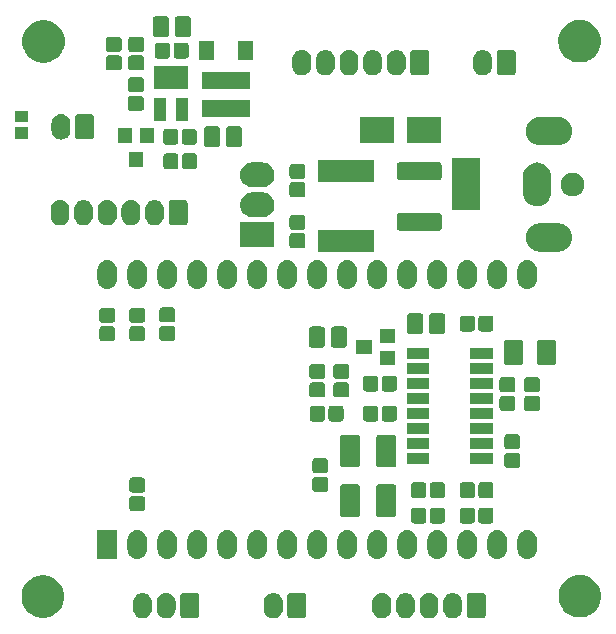
<source format=gbr>
G04 #@! TF.GenerationSoftware,KiCad,Pcbnew,(5.0.1)-rc2*
G04 #@! TF.CreationDate,2018-12-27T01:27:39+01:00*
G04 #@! TF.ProjectId,IoP_plant_base,496F505F706C616E745F626173652E6B,rev?*
G04 #@! TF.SameCoordinates,Original*
G04 #@! TF.FileFunction,Soldermask,Top*
G04 #@! TF.FilePolarity,Negative*
%FSLAX46Y46*%
G04 Gerber Fmt 4.6, Leading zero omitted, Abs format (unit mm)*
G04 Created by KiCad (PCBNEW (5.0.1)-rc2) date 2018/12/27 1:27:39*
%MOMM*%
%LPD*%
G01*
G04 APERTURE LIST*
%ADD10C,0.100000*%
G04 APERTURE END LIST*
D10*
G36*
X120381627Y-120856576D02*
X120457028Y-120879449D01*
X120532429Y-120902321D01*
X120671408Y-120976608D01*
X120793222Y-121076578D01*
X120893192Y-121198392D01*
X120967479Y-121337371D01*
X121013224Y-121488174D01*
X121024800Y-121605705D01*
X121024800Y-122234295D01*
X121013224Y-122351826D01*
X120967479Y-122502629D01*
X120893192Y-122641608D01*
X120793225Y-122763419D01*
X120793223Y-122763420D01*
X120793222Y-122763422D01*
X120707210Y-122834009D01*
X120671404Y-122863394D01*
X120532428Y-122937679D01*
X120457027Y-122960551D01*
X120381626Y-122983424D01*
X120224800Y-122998870D01*
X120067973Y-122983424D01*
X119992572Y-122960551D01*
X119917171Y-122937679D01*
X119778192Y-122863392D01*
X119656381Y-122763425D01*
X119656380Y-122763423D01*
X119656378Y-122763422D01*
X119556407Y-122641605D01*
X119556406Y-122641604D01*
X119482121Y-122502628D01*
X119459249Y-122427227D01*
X119436376Y-122351826D01*
X119424800Y-122234292D01*
X119424800Y-121605707D01*
X119436376Y-121488173D01*
X119482121Y-121337372D01*
X119482121Y-121337371D01*
X119556408Y-121198392D01*
X119656379Y-121076578D01*
X119778193Y-120976608D01*
X119917172Y-120902321D01*
X119992573Y-120879449D01*
X120067974Y-120856576D01*
X120224800Y-120841130D01*
X120381627Y-120856576D01*
X120381627Y-120856576D01*
G37*
G36*
X111313827Y-120856576D02*
X111389228Y-120879449D01*
X111464629Y-120902321D01*
X111603608Y-120976608D01*
X111725422Y-121076578D01*
X111825392Y-121198392D01*
X111899679Y-121337371D01*
X111945424Y-121488174D01*
X111957000Y-121605705D01*
X111957000Y-122234295D01*
X111945424Y-122351826D01*
X111899679Y-122502629D01*
X111825392Y-122641608D01*
X111725425Y-122763419D01*
X111725423Y-122763420D01*
X111725422Y-122763422D01*
X111639410Y-122834009D01*
X111603604Y-122863394D01*
X111464628Y-122937679D01*
X111389227Y-122960551D01*
X111313826Y-122983424D01*
X111157000Y-122998870D01*
X111000173Y-122983424D01*
X110924772Y-122960551D01*
X110849371Y-122937679D01*
X110710392Y-122863392D01*
X110588581Y-122763425D01*
X110588580Y-122763423D01*
X110588578Y-122763422D01*
X110488607Y-122641605D01*
X110488606Y-122641604D01*
X110414321Y-122502628D01*
X110391449Y-122427227D01*
X110368576Y-122351826D01*
X110357000Y-122234292D01*
X110357000Y-121605707D01*
X110368576Y-121488173D01*
X110414321Y-121337372D01*
X110414321Y-121337371D01*
X110488608Y-121198392D01*
X110588579Y-121076578D01*
X110710393Y-120976608D01*
X110849372Y-120902321D01*
X110924773Y-120879449D01*
X111000174Y-120856576D01*
X111157000Y-120841130D01*
X111313827Y-120856576D01*
X111313827Y-120856576D01*
G37*
G36*
X109313827Y-120856576D02*
X109389228Y-120879449D01*
X109464629Y-120902321D01*
X109603608Y-120976608D01*
X109725422Y-121076578D01*
X109825392Y-121198392D01*
X109899679Y-121337371D01*
X109945424Y-121488174D01*
X109957000Y-121605705D01*
X109957000Y-122234295D01*
X109945424Y-122351826D01*
X109899679Y-122502629D01*
X109825392Y-122641608D01*
X109725425Y-122763419D01*
X109725423Y-122763420D01*
X109725422Y-122763422D01*
X109639410Y-122834009D01*
X109603604Y-122863394D01*
X109464628Y-122937679D01*
X109389227Y-122960551D01*
X109313826Y-122983424D01*
X109157000Y-122998870D01*
X109000173Y-122983424D01*
X108924772Y-122960551D01*
X108849371Y-122937679D01*
X108710392Y-122863392D01*
X108588581Y-122763425D01*
X108588580Y-122763423D01*
X108588578Y-122763422D01*
X108488607Y-122641605D01*
X108488606Y-122641604D01*
X108414321Y-122502628D01*
X108391449Y-122427227D01*
X108368576Y-122351826D01*
X108357000Y-122234292D01*
X108357000Y-121605707D01*
X108368576Y-121488173D01*
X108414321Y-121337372D01*
X108414321Y-121337371D01*
X108488608Y-121198392D01*
X108588579Y-121076578D01*
X108710393Y-120976608D01*
X108849372Y-120902321D01*
X108924773Y-120879449D01*
X109000174Y-120856576D01*
X109157000Y-120841130D01*
X109313827Y-120856576D01*
X109313827Y-120856576D01*
G37*
G36*
X135570827Y-120856576D02*
X135646228Y-120879449D01*
X135721629Y-120902321D01*
X135860608Y-120976608D01*
X135982422Y-121076578D01*
X136082392Y-121198392D01*
X136156679Y-121337371D01*
X136202424Y-121488174D01*
X136214000Y-121605705D01*
X136214000Y-122234295D01*
X136202424Y-122351826D01*
X136156679Y-122502629D01*
X136082392Y-122641608D01*
X135982425Y-122763419D01*
X135982423Y-122763420D01*
X135982422Y-122763422D01*
X135896410Y-122834009D01*
X135860604Y-122863394D01*
X135721628Y-122937679D01*
X135646226Y-122960552D01*
X135570826Y-122983424D01*
X135414000Y-122998870D01*
X135257173Y-122983424D01*
X135181772Y-122960551D01*
X135106371Y-122937679D01*
X134967392Y-122863392D01*
X134845581Y-122763425D01*
X134845580Y-122763423D01*
X134845578Y-122763422D01*
X134745607Y-122641605D01*
X134745606Y-122641604D01*
X134671321Y-122502628D01*
X134648449Y-122427227D01*
X134625576Y-122351826D01*
X134614000Y-122234292D01*
X134614000Y-121605707D01*
X134625576Y-121488173D01*
X134671321Y-121337372D01*
X134671321Y-121337371D01*
X134745608Y-121198392D01*
X134845579Y-121076578D01*
X134967393Y-120976608D01*
X135106372Y-120902321D01*
X135181773Y-120879449D01*
X135257174Y-120856576D01*
X135414000Y-120841130D01*
X135570827Y-120856576D01*
X135570827Y-120856576D01*
G37*
G36*
X131570827Y-120856576D02*
X131646228Y-120879449D01*
X131721629Y-120902321D01*
X131860608Y-120976608D01*
X131982422Y-121076578D01*
X132082392Y-121198392D01*
X132156679Y-121337371D01*
X132202424Y-121488174D01*
X132214000Y-121605705D01*
X132214000Y-122234295D01*
X132202424Y-122351826D01*
X132156679Y-122502629D01*
X132082392Y-122641608D01*
X131982425Y-122763419D01*
X131982423Y-122763420D01*
X131982422Y-122763422D01*
X131896410Y-122834009D01*
X131860604Y-122863394D01*
X131721628Y-122937679D01*
X131646226Y-122960552D01*
X131570826Y-122983424D01*
X131414000Y-122998870D01*
X131257173Y-122983424D01*
X131181772Y-122960551D01*
X131106371Y-122937679D01*
X130967392Y-122863392D01*
X130845581Y-122763425D01*
X130845580Y-122763423D01*
X130845578Y-122763422D01*
X130745607Y-122641605D01*
X130745606Y-122641604D01*
X130671321Y-122502628D01*
X130648449Y-122427227D01*
X130625576Y-122351826D01*
X130614000Y-122234292D01*
X130614000Y-121605707D01*
X130625576Y-121488173D01*
X130671321Y-121337372D01*
X130671321Y-121337371D01*
X130745608Y-121198392D01*
X130845579Y-121076578D01*
X130967393Y-120976608D01*
X131106372Y-120902321D01*
X131181773Y-120879449D01*
X131257174Y-120856576D01*
X131414000Y-120841130D01*
X131570827Y-120856576D01*
X131570827Y-120856576D01*
G37*
G36*
X133570827Y-120856576D02*
X133646228Y-120879449D01*
X133721629Y-120902321D01*
X133860608Y-120976608D01*
X133982422Y-121076578D01*
X134082392Y-121198392D01*
X134156679Y-121337371D01*
X134202424Y-121488174D01*
X134214000Y-121605705D01*
X134214000Y-122234295D01*
X134202424Y-122351826D01*
X134156679Y-122502629D01*
X134082392Y-122641608D01*
X133982425Y-122763419D01*
X133982423Y-122763420D01*
X133982422Y-122763422D01*
X133896410Y-122834009D01*
X133860604Y-122863394D01*
X133721628Y-122937679D01*
X133646226Y-122960552D01*
X133570826Y-122983424D01*
X133414000Y-122998870D01*
X133257173Y-122983424D01*
X133181772Y-122960551D01*
X133106371Y-122937679D01*
X132967392Y-122863392D01*
X132845581Y-122763425D01*
X132845580Y-122763423D01*
X132845578Y-122763422D01*
X132745607Y-122641605D01*
X132745606Y-122641604D01*
X132671321Y-122502628D01*
X132648449Y-122427227D01*
X132625576Y-122351826D01*
X132614000Y-122234292D01*
X132614000Y-121605707D01*
X132625576Y-121488173D01*
X132671321Y-121337372D01*
X132671321Y-121337371D01*
X132745608Y-121198392D01*
X132845579Y-121076578D01*
X132967393Y-120976608D01*
X133106372Y-120902321D01*
X133181773Y-120879449D01*
X133257174Y-120856576D01*
X133414000Y-120841130D01*
X133570827Y-120856576D01*
X133570827Y-120856576D01*
G37*
G36*
X129570827Y-120856576D02*
X129646228Y-120879449D01*
X129721629Y-120902321D01*
X129860608Y-120976608D01*
X129982422Y-121076578D01*
X130082392Y-121198392D01*
X130156679Y-121337371D01*
X130202424Y-121488174D01*
X130214000Y-121605705D01*
X130214000Y-122234295D01*
X130202424Y-122351826D01*
X130156679Y-122502629D01*
X130082392Y-122641608D01*
X129982425Y-122763419D01*
X129982423Y-122763420D01*
X129982422Y-122763422D01*
X129896410Y-122834009D01*
X129860604Y-122863394D01*
X129721628Y-122937679D01*
X129646227Y-122960551D01*
X129570826Y-122983424D01*
X129414000Y-122998870D01*
X129257173Y-122983424D01*
X129181772Y-122960551D01*
X129106371Y-122937679D01*
X128967392Y-122863392D01*
X128845581Y-122763425D01*
X128845580Y-122763423D01*
X128845578Y-122763422D01*
X128745607Y-122641605D01*
X128745606Y-122641604D01*
X128671321Y-122502628D01*
X128648449Y-122427227D01*
X128625576Y-122351826D01*
X128614000Y-122234292D01*
X128614000Y-121605707D01*
X128625576Y-121488173D01*
X128671321Y-121337372D01*
X128671321Y-121337371D01*
X128745608Y-121198392D01*
X128845579Y-121076578D01*
X128967393Y-120976608D01*
X129106372Y-120902321D01*
X129181773Y-120879449D01*
X129257174Y-120856576D01*
X129414000Y-120841130D01*
X129570827Y-120856576D01*
X129570827Y-120856576D01*
G37*
G36*
X113747269Y-120850597D02*
X113796009Y-120865382D01*
X113840931Y-120889393D01*
X113880298Y-120921702D01*
X113912607Y-120961069D01*
X113936618Y-121005991D01*
X113951403Y-121054731D01*
X113957000Y-121111557D01*
X113957000Y-122728443D01*
X113951403Y-122785269D01*
X113936618Y-122834009D01*
X113912607Y-122878931D01*
X113880298Y-122918298D01*
X113840931Y-122950607D01*
X113796009Y-122974618D01*
X113747269Y-122989403D01*
X113690443Y-122995000D01*
X112623557Y-122995000D01*
X112566731Y-122989403D01*
X112517991Y-122974618D01*
X112473069Y-122950607D01*
X112433702Y-122918298D01*
X112401393Y-122878931D01*
X112377382Y-122834009D01*
X112362597Y-122785269D01*
X112357000Y-122728443D01*
X112357000Y-121111557D01*
X112362597Y-121054731D01*
X112377382Y-121005991D01*
X112401393Y-120961069D01*
X112433702Y-120921702D01*
X112473069Y-120889393D01*
X112517991Y-120865382D01*
X112566731Y-120850597D01*
X112623557Y-120845000D01*
X113690443Y-120845000D01*
X113747269Y-120850597D01*
X113747269Y-120850597D01*
G37*
G36*
X122815069Y-120850597D02*
X122863809Y-120865382D01*
X122908731Y-120889393D01*
X122948098Y-120921702D01*
X122980407Y-120961069D01*
X123004418Y-121005991D01*
X123019203Y-121054731D01*
X123024800Y-121111557D01*
X123024800Y-122728443D01*
X123019203Y-122785269D01*
X123004418Y-122834009D01*
X122980407Y-122878931D01*
X122948098Y-122918298D01*
X122908731Y-122950607D01*
X122863809Y-122974618D01*
X122815069Y-122989403D01*
X122758243Y-122995000D01*
X121691357Y-122995000D01*
X121634531Y-122989403D01*
X121585791Y-122974618D01*
X121540869Y-122950607D01*
X121501502Y-122918298D01*
X121469193Y-122878931D01*
X121445182Y-122834009D01*
X121430397Y-122785269D01*
X121424800Y-122728443D01*
X121424800Y-121111557D01*
X121430397Y-121054731D01*
X121445182Y-121005991D01*
X121469193Y-120961069D01*
X121501502Y-120921702D01*
X121540869Y-120889393D01*
X121585791Y-120865382D01*
X121634531Y-120850597D01*
X121691357Y-120845000D01*
X122758243Y-120845000D01*
X122815069Y-120850597D01*
X122815069Y-120850597D01*
G37*
G36*
X138004269Y-120850597D02*
X138053009Y-120865382D01*
X138097931Y-120889393D01*
X138137298Y-120921702D01*
X138169607Y-120961069D01*
X138193618Y-121005991D01*
X138208403Y-121054731D01*
X138214000Y-121111557D01*
X138214000Y-122728443D01*
X138208403Y-122785269D01*
X138193618Y-122834009D01*
X138169607Y-122878931D01*
X138137298Y-122918298D01*
X138097931Y-122950607D01*
X138053009Y-122974618D01*
X138004269Y-122989403D01*
X137947443Y-122995000D01*
X136880557Y-122995000D01*
X136823731Y-122989403D01*
X136774991Y-122974618D01*
X136730069Y-122950607D01*
X136690702Y-122918298D01*
X136658393Y-122878931D01*
X136634382Y-122834009D01*
X136619597Y-122785269D01*
X136614000Y-122728443D01*
X136614000Y-121111557D01*
X136619597Y-121054731D01*
X136634382Y-121005991D01*
X136658393Y-120961069D01*
X136690702Y-120921702D01*
X136730069Y-120889393D01*
X136774991Y-120865382D01*
X136823731Y-120850597D01*
X136880557Y-120845000D01*
X137947443Y-120845000D01*
X138004269Y-120850597D01*
X138004269Y-120850597D01*
G37*
G36*
X101125202Y-119393955D02*
X101241121Y-119417013D01*
X101472754Y-119512959D01*
X101519644Y-119532381D01*
X101568700Y-119552701D01*
X101833102Y-119729369D01*
X101863516Y-119749691D01*
X102114229Y-120000404D01*
X102114231Y-120000407D01*
X102311219Y-120295220D01*
X102438491Y-120602480D01*
X102446907Y-120622800D01*
X102516080Y-120970554D01*
X102516080Y-121325126D01*
X102446907Y-121672880D01*
X102311220Y-122000458D01*
X102114229Y-122295276D01*
X101863516Y-122545989D01*
X101863513Y-122545991D01*
X101568700Y-122742979D01*
X101568699Y-122742980D01*
X101568698Y-122742980D01*
X101519339Y-122763425D01*
X101241121Y-122878667D01*
X101147099Y-122897369D01*
X100893366Y-122947840D01*
X100538794Y-122947840D01*
X100285061Y-122897369D01*
X100191039Y-122878667D01*
X99912821Y-122763425D01*
X99863462Y-122742980D01*
X99863461Y-122742980D01*
X99863460Y-122742979D01*
X99568647Y-122545991D01*
X99568644Y-122545989D01*
X99317931Y-122295276D01*
X99120940Y-122000458D01*
X98985253Y-121672880D01*
X98916080Y-121325126D01*
X98916080Y-120970554D01*
X98985253Y-120622800D01*
X98993670Y-120602480D01*
X99120941Y-120295220D01*
X99317929Y-120000407D01*
X99317931Y-120000404D01*
X99568644Y-119749691D01*
X99599058Y-119729369D01*
X99863460Y-119552701D01*
X99912517Y-119532381D01*
X99959406Y-119512959D01*
X100191039Y-119417013D01*
X100306958Y-119393955D01*
X100538794Y-119347840D01*
X100893366Y-119347840D01*
X101125202Y-119393955D01*
X101125202Y-119393955D01*
G37*
G36*
X146586122Y-119373635D02*
X146702041Y-119396693D01*
X147029620Y-119532381D01*
X147060029Y-119552700D01*
X147324436Y-119729371D01*
X147575149Y-119980084D01*
X147772140Y-120274902D01*
X147907827Y-120602480D01*
X147975488Y-120942631D01*
X147977000Y-120950236D01*
X147977000Y-121304804D01*
X147907827Y-121652561D01*
X147772139Y-121980140D01*
X147602318Y-122234295D01*
X147575149Y-122274956D01*
X147324436Y-122525669D01*
X147324433Y-122525671D01*
X147029620Y-122722659D01*
X147029619Y-122722660D01*
X147029618Y-122722660D01*
X146980561Y-122742980D01*
X146702041Y-122858347D01*
X146599885Y-122878667D01*
X146354286Y-122927520D01*
X145999714Y-122927520D01*
X145754115Y-122878667D01*
X145651959Y-122858347D01*
X145373439Y-122742980D01*
X145324382Y-122722660D01*
X145324381Y-122722660D01*
X145324380Y-122722659D01*
X145029567Y-122525671D01*
X145029564Y-122525669D01*
X144778851Y-122274956D01*
X144751682Y-122234295D01*
X144581861Y-121980140D01*
X144446173Y-121652561D01*
X144377000Y-121304804D01*
X144377000Y-120950236D01*
X144378513Y-120942631D01*
X144446173Y-120602480D01*
X144581860Y-120274902D01*
X144778851Y-119980084D01*
X145029564Y-119729371D01*
X145293971Y-119552700D01*
X145324380Y-119532381D01*
X145651959Y-119396693D01*
X145767878Y-119373635D01*
X145999714Y-119327520D01*
X146354286Y-119327520D01*
X146586122Y-119373635D01*
X146586122Y-119373635D01*
G37*
G36*
X141894901Y-115561044D02*
X142051542Y-115608561D01*
X142195902Y-115685723D01*
X142322435Y-115789566D01*
X142426278Y-115916099D01*
X142503440Y-116060459D01*
X142550957Y-116217100D01*
X142567001Y-116380000D01*
X142567001Y-117142000D01*
X142550957Y-117304900D01*
X142503440Y-117461541D01*
X142426278Y-117605901D01*
X142322435Y-117732434D01*
X142195902Y-117836277D01*
X142051542Y-117913439D01*
X141894901Y-117960956D01*
X141732001Y-117977000D01*
X141731999Y-117977000D01*
X141569099Y-117960956D01*
X141412458Y-117913439D01*
X141268098Y-117836277D01*
X141141565Y-117732434D01*
X141037722Y-117605901D01*
X140960560Y-117461541D01*
X140913043Y-117304900D01*
X140896999Y-117142000D01*
X140896999Y-116380000D01*
X140913043Y-116217100D01*
X140960560Y-116060459D01*
X141037722Y-115916099D01*
X141141565Y-115789566D01*
X141268098Y-115685723D01*
X141412458Y-115608561D01*
X141569099Y-115561044D01*
X141731999Y-115545000D01*
X141732001Y-115545000D01*
X141894901Y-115561044D01*
X141894901Y-115561044D01*
G37*
G36*
X124114901Y-115561044D02*
X124271542Y-115608561D01*
X124415902Y-115685723D01*
X124542435Y-115789566D01*
X124646278Y-115916099D01*
X124723440Y-116060459D01*
X124770957Y-116217100D01*
X124787001Y-116380000D01*
X124787001Y-117142000D01*
X124770957Y-117304900D01*
X124723440Y-117461541D01*
X124646278Y-117605901D01*
X124542435Y-117732434D01*
X124415902Y-117836277D01*
X124271542Y-117913439D01*
X124114901Y-117960956D01*
X123952001Y-117977000D01*
X123951999Y-117977000D01*
X123789099Y-117960956D01*
X123632458Y-117913439D01*
X123488098Y-117836277D01*
X123361565Y-117732434D01*
X123257722Y-117605901D01*
X123180560Y-117461541D01*
X123133043Y-117304900D01*
X123116999Y-117142000D01*
X123116999Y-116380000D01*
X123133043Y-116217100D01*
X123180560Y-116060459D01*
X123257722Y-115916099D01*
X123361565Y-115789566D01*
X123488098Y-115685723D01*
X123632458Y-115608561D01*
X123789099Y-115561044D01*
X123951999Y-115545000D01*
X123952001Y-115545000D01*
X124114901Y-115561044D01*
X124114901Y-115561044D01*
G37*
G36*
X139354901Y-115561044D02*
X139511542Y-115608561D01*
X139655902Y-115685723D01*
X139782435Y-115789566D01*
X139886278Y-115916099D01*
X139963440Y-116060459D01*
X140010957Y-116217100D01*
X140027001Y-116380000D01*
X140027001Y-117142000D01*
X140010957Y-117304900D01*
X139963440Y-117461541D01*
X139886278Y-117605901D01*
X139782435Y-117732434D01*
X139655902Y-117836277D01*
X139511542Y-117913439D01*
X139354901Y-117960956D01*
X139192001Y-117977000D01*
X139191999Y-117977000D01*
X139029099Y-117960956D01*
X138872458Y-117913439D01*
X138728098Y-117836277D01*
X138601565Y-117732434D01*
X138497722Y-117605901D01*
X138420560Y-117461541D01*
X138373043Y-117304900D01*
X138356999Y-117142000D01*
X138356999Y-116380000D01*
X138373043Y-116217100D01*
X138420560Y-116060459D01*
X138497722Y-115916099D01*
X138601565Y-115789566D01*
X138728098Y-115685723D01*
X138872458Y-115608561D01*
X139029099Y-115561044D01*
X139191999Y-115545000D01*
X139192001Y-115545000D01*
X139354901Y-115561044D01*
X139354901Y-115561044D01*
G37*
G36*
X136814901Y-115561044D02*
X136971542Y-115608561D01*
X137115902Y-115685723D01*
X137242435Y-115789566D01*
X137346278Y-115916099D01*
X137423440Y-116060459D01*
X137470957Y-116217100D01*
X137487001Y-116380000D01*
X137487001Y-117142000D01*
X137470957Y-117304900D01*
X137423440Y-117461541D01*
X137346278Y-117605901D01*
X137242435Y-117732434D01*
X137115902Y-117836277D01*
X136971542Y-117913439D01*
X136814901Y-117960956D01*
X136652001Y-117977000D01*
X136651999Y-117977000D01*
X136489099Y-117960956D01*
X136332458Y-117913439D01*
X136188098Y-117836277D01*
X136061565Y-117732434D01*
X135957722Y-117605901D01*
X135880560Y-117461541D01*
X135833043Y-117304900D01*
X135816999Y-117142000D01*
X135816999Y-116380000D01*
X135833043Y-116217100D01*
X135880560Y-116060459D01*
X135957722Y-115916099D01*
X136061565Y-115789566D01*
X136188098Y-115685723D01*
X136332458Y-115608561D01*
X136489099Y-115561044D01*
X136651999Y-115545000D01*
X136652001Y-115545000D01*
X136814901Y-115561044D01*
X136814901Y-115561044D01*
G37*
G36*
X134274901Y-115561044D02*
X134431542Y-115608561D01*
X134575902Y-115685723D01*
X134702435Y-115789566D01*
X134806278Y-115916099D01*
X134883440Y-116060459D01*
X134930957Y-116217100D01*
X134947001Y-116380000D01*
X134947001Y-117142000D01*
X134930957Y-117304900D01*
X134883440Y-117461541D01*
X134806278Y-117605901D01*
X134702435Y-117732434D01*
X134575902Y-117836277D01*
X134431542Y-117913439D01*
X134274901Y-117960956D01*
X134112001Y-117977000D01*
X134111999Y-117977000D01*
X133949099Y-117960956D01*
X133792458Y-117913439D01*
X133648098Y-117836277D01*
X133521565Y-117732434D01*
X133417722Y-117605901D01*
X133340560Y-117461541D01*
X133293043Y-117304900D01*
X133276999Y-117142000D01*
X133276999Y-116380000D01*
X133293043Y-116217100D01*
X133340560Y-116060459D01*
X133417722Y-115916099D01*
X133521565Y-115789566D01*
X133648098Y-115685723D01*
X133792458Y-115608561D01*
X133949099Y-115561044D01*
X134111999Y-115545000D01*
X134112001Y-115545000D01*
X134274901Y-115561044D01*
X134274901Y-115561044D01*
G37*
G36*
X131734901Y-115561044D02*
X131891542Y-115608561D01*
X132035902Y-115685723D01*
X132162435Y-115789566D01*
X132266278Y-115916099D01*
X132343440Y-116060459D01*
X132390957Y-116217100D01*
X132407001Y-116380000D01*
X132407001Y-117142000D01*
X132390957Y-117304900D01*
X132343440Y-117461541D01*
X132266278Y-117605901D01*
X132162435Y-117732434D01*
X132035902Y-117836277D01*
X131891542Y-117913439D01*
X131734901Y-117960956D01*
X131572001Y-117977000D01*
X131571999Y-117977000D01*
X131409099Y-117960956D01*
X131252458Y-117913439D01*
X131108098Y-117836277D01*
X130981565Y-117732434D01*
X130877722Y-117605901D01*
X130800560Y-117461541D01*
X130753043Y-117304900D01*
X130736999Y-117142000D01*
X130736999Y-116380000D01*
X130753043Y-116217100D01*
X130800560Y-116060459D01*
X130877722Y-115916099D01*
X130981565Y-115789566D01*
X131108098Y-115685723D01*
X131252458Y-115608561D01*
X131409099Y-115561044D01*
X131571999Y-115545000D01*
X131572001Y-115545000D01*
X131734901Y-115561044D01*
X131734901Y-115561044D01*
G37*
G36*
X129194901Y-115561044D02*
X129351542Y-115608561D01*
X129495902Y-115685723D01*
X129622435Y-115789566D01*
X129726278Y-115916099D01*
X129803440Y-116060459D01*
X129850957Y-116217100D01*
X129867001Y-116380000D01*
X129867001Y-117142000D01*
X129850957Y-117304900D01*
X129803440Y-117461541D01*
X129726278Y-117605901D01*
X129622435Y-117732434D01*
X129495902Y-117836277D01*
X129351542Y-117913439D01*
X129194901Y-117960956D01*
X129032001Y-117977000D01*
X129031999Y-117977000D01*
X128869099Y-117960956D01*
X128712458Y-117913439D01*
X128568098Y-117836277D01*
X128441565Y-117732434D01*
X128337722Y-117605901D01*
X128260560Y-117461541D01*
X128213043Y-117304900D01*
X128196999Y-117142000D01*
X128196999Y-116380000D01*
X128213043Y-116217100D01*
X128260560Y-116060459D01*
X128337722Y-115916099D01*
X128441565Y-115789566D01*
X128568098Y-115685723D01*
X128712458Y-115608561D01*
X128869099Y-115561044D01*
X129031999Y-115545000D01*
X129032001Y-115545000D01*
X129194901Y-115561044D01*
X129194901Y-115561044D01*
G37*
G36*
X121574901Y-115561044D02*
X121731542Y-115608561D01*
X121875902Y-115685723D01*
X122002435Y-115789566D01*
X122106278Y-115916099D01*
X122183440Y-116060459D01*
X122230957Y-116217100D01*
X122247001Y-116380000D01*
X122247001Y-117142000D01*
X122230957Y-117304900D01*
X122183440Y-117461541D01*
X122106278Y-117605901D01*
X122002435Y-117732434D01*
X121875902Y-117836277D01*
X121731542Y-117913439D01*
X121574901Y-117960956D01*
X121412001Y-117977000D01*
X121411999Y-117977000D01*
X121249099Y-117960956D01*
X121092458Y-117913439D01*
X120948098Y-117836277D01*
X120821565Y-117732434D01*
X120717722Y-117605901D01*
X120640560Y-117461541D01*
X120593043Y-117304900D01*
X120576999Y-117142000D01*
X120576999Y-116380000D01*
X120593043Y-116217100D01*
X120640560Y-116060459D01*
X120717722Y-115916099D01*
X120821565Y-115789566D01*
X120948098Y-115685723D01*
X121092458Y-115608561D01*
X121249099Y-115561044D01*
X121411999Y-115545000D01*
X121412001Y-115545000D01*
X121574901Y-115561044D01*
X121574901Y-115561044D01*
G37*
G36*
X119034901Y-115561044D02*
X119191542Y-115608561D01*
X119335902Y-115685723D01*
X119462435Y-115789566D01*
X119566278Y-115916099D01*
X119643440Y-116060459D01*
X119690957Y-116217100D01*
X119707001Y-116380000D01*
X119707001Y-117142000D01*
X119690957Y-117304900D01*
X119643440Y-117461541D01*
X119566278Y-117605901D01*
X119462435Y-117732434D01*
X119335902Y-117836277D01*
X119191542Y-117913439D01*
X119034901Y-117960956D01*
X118872001Y-117977000D01*
X118871999Y-117977000D01*
X118709099Y-117960956D01*
X118552458Y-117913439D01*
X118408098Y-117836277D01*
X118281565Y-117732434D01*
X118177722Y-117605901D01*
X118100560Y-117461541D01*
X118053043Y-117304900D01*
X118036999Y-117142000D01*
X118036999Y-116380000D01*
X118053043Y-116217100D01*
X118100560Y-116060459D01*
X118177722Y-115916099D01*
X118281565Y-115789566D01*
X118408098Y-115685723D01*
X118552458Y-115608561D01*
X118709099Y-115561044D01*
X118871999Y-115545000D01*
X118872001Y-115545000D01*
X119034901Y-115561044D01*
X119034901Y-115561044D01*
G37*
G36*
X116494901Y-115561044D02*
X116651542Y-115608561D01*
X116795902Y-115685723D01*
X116922435Y-115789566D01*
X117026278Y-115916099D01*
X117103440Y-116060459D01*
X117150957Y-116217100D01*
X117167001Y-116380000D01*
X117167001Y-117142000D01*
X117150957Y-117304900D01*
X117103440Y-117461541D01*
X117026278Y-117605901D01*
X116922435Y-117732434D01*
X116795902Y-117836277D01*
X116651542Y-117913439D01*
X116494901Y-117960956D01*
X116332001Y-117977000D01*
X116331999Y-117977000D01*
X116169099Y-117960956D01*
X116012458Y-117913439D01*
X115868098Y-117836277D01*
X115741565Y-117732434D01*
X115637722Y-117605901D01*
X115560560Y-117461541D01*
X115513043Y-117304900D01*
X115496999Y-117142000D01*
X115496999Y-116380000D01*
X115513043Y-116217100D01*
X115560560Y-116060459D01*
X115637722Y-115916099D01*
X115741565Y-115789566D01*
X115868098Y-115685723D01*
X116012458Y-115608561D01*
X116169099Y-115561044D01*
X116331999Y-115545000D01*
X116332001Y-115545000D01*
X116494901Y-115561044D01*
X116494901Y-115561044D01*
G37*
G36*
X113954901Y-115561044D02*
X114111542Y-115608561D01*
X114255902Y-115685723D01*
X114382435Y-115789566D01*
X114486278Y-115916099D01*
X114563440Y-116060459D01*
X114610957Y-116217100D01*
X114627001Y-116380000D01*
X114627001Y-117142000D01*
X114610957Y-117304900D01*
X114563440Y-117461541D01*
X114486278Y-117605901D01*
X114382435Y-117732434D01*
X114255902Y-117836277D01*
X114111542Y-117913439D01*
X113954901Y-117960956D01*
X113792001Y-117977000D01*
X113791999Y-117977000D01*
X113629099Y-117960956D01*
X113472458Y-117913439D01*
X113328098Y-117836277D01*
X113201565Y-117732434D01*
X113097722Y-117605901D01*
X113020560Y-117461541D01*
X112973043Y-117304900D01*
X112956999Y-117142000D01*
X112956999Y-116380000D01*
X112973043Y-116217100D01*
X113020560Y-116060459D01*
X113097722Y-115916099D01*
X113201565Y-115789566D01*
X113328098Y-115685723D01*
X113472458Y-115608561D01*
X113629099Y-115561044D01*
X113791999Y-115545000D01*
X113792001Y-115545000D01*
X113954901Y-115561044D01*
X113954901Y-115561044D01*
G37*
G36*
X111414901Y-115561044D02*
X111571542Y-115608561D01*
X111715902Y-115685723D01*
X111842435Y-115789566D01*
X111946278Y-115916099D01*
X112023440Y-116060459D01*
X112070957Y-116217100D01*
X112087001Y-116380000D01*
X112087001Y-117142000D01*
X112070957Y-117304900D01*
X112023440Y-117461541D01*
X111946278Y-117605901D01*
X111842435Y-117732434D01*
X111715902Y-117836277D01*
X111571542Y-117913439D01*
X111414901Y-117960956D01*
X111252001Y-117977000D01*
X111251999Y-117977000D01*
X111089099Y-117960956D01*
X110932458Y-117913439D01*
X110788098Y-117836277D01*
X110661565Y-117732434D01*
X110557722Y-117605901D01*
X110480560Y-117461541D01*
X110433043Y-117304900D01*
X110416999Y-117142000D01*
X110416999Y-116380000D01*
X110433043Y-116217100D01*
X110480560Y-116060459D01*
X110557722Y-115916099D01*
X110661565Y-115789566D01*
X110788098Y-115685723D01*
X110932458Y-115608561D01*
X111089099Y-115561044D01*
X111251999Y-115545000D01*
X111252001Y-115545000D01*
X111414901Y-115561044D01*
X111414901Y-115561044D01*
G37*
G36*
X108874901Y-115561044D02*
X109031542Y-115608561D01*
X109175902Y-115685723D01*
X109302435Y-115789566D01*
X109406278Y-115916099D01*
X109483440Y-116060459D01*
X109530957Y-116217100D01*
X109547001Y-116380000D01*
X109547001Y-117142000D01*
X109530957Y-117304900D01*
X109483440Y-117461541D01*
X109406278Y-117605901D01*
X109302435Y-117732434D01*
X109175902Y-117836277D01*
X109031542Y-117913439D01*
X108874901Y-117960956D01*
X108712001Y-117977000D01*
X108711999Y-117977000D01*
X108549099Y-117960956D01*
X108392458Y-117913439D01*
X108248098Y-117836277D01*
X108121565Y-117732434D01*
X108017722Y-117605901D01*
X107940560Y-117461541D01*
X107893043Y-117304900D01*
X107876999Y-117142000D01*
X107876999Y-116380000D01*
X107893043Y-116217100D01*
X107940560Y-116060459D01*
X108017722Y-115916099D01*
X108121565Y-115789566D01*
X108248098Y-115685723D01*
X108392458Y-115608561D01*
X108549099Y-115561044D01*
X108711999Y-115545000D01*
X108712001Y-115545000D01*
X108874901Y-115561044D01*
X108874901Y-115561044D01*
G37*
G36*
X107007000Y-117977000D02*
X105337000Y-117977000D01*
X105337000Y-115545000D01*
X107007000Y-115545000D01*
X107007000Y-117977000D01*
X107007000Y-117977000D01*
G37*
G36*
X126654901Y-115561044D02*
X126811542Y-115608561D01*
X126955902Y-115685723D01*
X127082435Y-115789566D01*
X127186278Y-115916099D01*
X127263440Y-116060459D01*
X127310957Y-116217100D01*
X127327001Y-116380000D01*
X127327001Y-117142000D01*
X127310957Y-117304900D01*
X127263440Y-117461541D01*
X127186278Y-117605901D01*
X127082435Y-117732434D01*
X126955902Y-117836277D01*
X126811542Y-117913439D01*
X126654901Y-117960956D01*
X126492001Y-117977000D01*
X126491999Y-117977000D01*
X126329099Y-117960956D01*
X126172458Y-117913439D01*
X126028098Y-117836277D01*
X125901565Y-117732434D01*
X125797722Y-117605901D01*
X125720560Y-117461541D01*
X125673043Y-117304900D01*
X125656999Y-117142000D01*
X125656999Y-116380000D01*
X125673043Y-116217100D01*
X125720560Y-116060459D01*
X125797722Y-115916099D01*
X125901565Y-115789566D01*
X126028098Y-115685723D01*
X126172458Y-115608561D01*
X126329099Y-115561044D01*
X126491999Y-115545000D01*
X126492001Y-115545000D01*
X126654901Y-115561044D01*
X126654901Y-115561044D01*
G37*
G36*
X137083122Y-113630517D02*
X137131085Y-113645066D01*
X137175275Y-113668686D01*
X137214018Y-113700482D01*
X137245814Y-113739225D01*
X137269434Y-113783415D01*
X137283983Y-113831378D01*
X137289500Y-113887391D01*
X137289500Y-114712609D01*
X137283983Y-114768622D01*
X137269434Y-114816585D01*
X137245814Y-114860775D01*
X137214018Y-114899518D01*
X137175275Y-114931314D01*
X137131085Y-114954934D01*
X137083122Y-114969483D01*
X137027109Y-114975000D01*
X136276891Y-114975000D01*
X136220878Y-114969483D01*
X136172915Y-114954934D01*
X136128725Y-114931314D01*
X136089982Y-114899518D01*
X136058186Y-114860775D01*
X136034566Y-114816585D01*
X136020017Y-114768622D01*
X136014500Y-114712609D01*
X136014500Y-113887391D01*
X136020017Y-113831378D01*
X136034566Y-113783415D01*
X136058186Y-113739225D01*
X136089982Y-113700482D01*
X136128725Y-113668686D01*
X136172915Y-113645066D01*
X136220878Y-113630517D01*
X136276891Y-113625000D01*
X137027109Y-113625000D01*
X137083122Y-113630517D01*
X137083122Y-113630517D01*
G37*
G36*
X138658122Y-113630517D02*
X138706085Y-113645066D01*
X138750275Y-113668686D01*
X138789018Y-113700482D01*
X138820814Y-113739225D01*
X138844434Y-113783415D01*
X138858983Y-113831378D01*
X138864500Y-113887391D01*
X138864500Y-114712609D01*
X138858983Y-114768622D01*
X138844434Y-114816585D01*
X138820814Y-114860775D01*
X138789018Y-114899518D01*
X138750275Y-114931314D01*
X138706085Y-114954934D01*
X138658122Y-114969483D01*
X138602109Y-114975000D01*
X137851891Y-114975000D01*
X137795878Y-114969483D01*
X137747915Y-114954934D01*
X137703725Y-114931314D01*
X137664982Y-114899518D01*
X137633186Y-114860775D01*
X137609566Y-114816585D01*
X137595017Y-114768622D01*
X137589500Y-114712609D01*
X137589500Y-113887391D01*
X137595017Y-113831378D01*
X137609566Y-113783415D01*
X137633186Y-113739225D01*
X137664982Y-113700482D01*
X137703725Y-113668686D01*
X137747915Y-113645066D01*
X137795878Y-113630517D01*
X137851891Y-113625000D01*
X138602109Y-113625000D01*
X138658122Y-113630517D01*
X138658122Y-113630517D01*
G37*
G36*
X134543122Y-113630517D02*
X134591085Y-113645066D01*
X134635275Y-113668686D01*
X134674018Y-113700482D01*
X134705814Y-113739225D01*
X134729434Y-113783415D01*
X134743983Y-113831378D01*
X134749500Y-113887391D01*
X134749500Y-114712609D01*
X134743983Y-114768622D01*
X134729434Y-114816585D01*
X134705814Y-114860775D01*
X134674018Y-114899518D01*
X134635275Y-114931314D01*
X134591085Y-114954934D01*
X134543122Y-114969483D01*
X134487109Y-114975000D01*
X133736891Y-114975000D01*
X133680878Y-114969483D01*
X133632915Y-114954934D01*
X133588725Y-114931314D01*
X133549982Y-114899518D01*
X133518186Y-114860775D01*
X133494566Y-114816585D01*
X133480017Y-114768622D01*
X133474500Y-114712609D01*
X133474500Y-113887391D01*
X133480017Y-113831378D01*
X133494566Y-113783415D01*
X133518186Y-113739225D01*
X133549982Y-113700482D01*
X133588725Y-113668686D01*
X133632915Y-113645066D01*
X133680878Y-113630517D01*
X133736891Y-113625000D01*
X134487109Y-113625000D01*
X134543122Y-113630517D01*
X134543122Y-113630517D01*
G37*
G36*
X132968122Y-113630517D02*
X133016085Y-113645066D01*
X133060275Y-113668686D01*
X133099018Y-113700482D01*
X133130814Y-113739225D01*
X133154434Y-113783415D01*
X133168983Y-113831378D01*
X133174500Y-113887391D01*
X133174500Y-114712609D01*
X133168983Y-114768622D01*
X133154434Y-114816585D01*
X133130814Y-114860775D01*
X133099018Y-114899518D01*
X133060275Y-114931314D01*
X133016085Y-114954934D01*
X132968122Y-114969483D01*
X132912109Y-114975000D01*
X132161891Y-114975000D01*
X132105878Y-114969483D01*
X132057915Y-114954934D01*
X132013725Y-114931314D01*
X131974982Y-114899518D01*
X131943186Y-114860775D01*
X131919566Y-114816585D01*
X131905017Y-114768622D01*
X131899500Y-114712609D01*
X131899500Y-113887391D01*
X131905017Y-113831378D01*
X131919566Y-113783415D01*
X131943186Y-113739225D01*
X131974982Y-113700482D01*
X132013725Y-113668686D01*
X132057915Y-113645066D01*
X132105878Y-113630517D01*
X132161891Y-113625000D01*
X132912109Y-113625000D01*
X132968122Y-113630517D01*
X132968122Y-113630517D01*
G37*
G36*
X130457055Y-111660351D02*
X130503396Y-111674409D01*
X130546105Y-111697237D01*
X130583540Y-111727960D01*
X130614263Y-111765395D01*
X130637091Y-111808104D01*
X130651149Y-111854445D01*
X130656500Y-111908781D01*
X130656500Y-114151219D01*
X130651149Y-114205555D01*
X130637091Y-114251896D01*
X130614263Y-114294605D01*
X130583540Y-114332040D01*
X130546105Y-114362763D01*
X130503396Y-114385591D01*
X130457055Y-114399649D01*
X130402719Y-114405000D01*
X129185281Y-114405000D01*
X129130945Y-114399649D01*
X129084604Y-114385591D01*
X129041895Y-114362763D01*
X129004460Y-114332040D01*
X128973737Y-114294605D01*
X128950909Y-114251896D01*
X128936851Y-114205555D01*
X128931500Y-114151219D01*
X128931500Y-111908781D01*
X128936851Y-111854445D01*
X128950909Y-111808104D01*
X128973737Y-111765395D01*
X129004460Y-111727960D01*
X129041895Y-111697237D01*
X129084604Y-111674409D01*
X129130945Y-111660351D01*
X129185281Y-111655000D01*
X130402719Y-111655000D01*
X130457055Y-111660351D01*
X130457055Y-111660351D01*
G37*
G36*
X127382055Y-111660351D02*
X127428396Y-111674409D01*
X127471105Y-111697237D01*
X127508540Y-111727960D01*
X127539263Y-111765395D01*
X127562091Y-111808104D01*
X127576149Y-111854445D01*
X127581500Y-111908781D01*
X127581500Y-114151219D01*
X127576149Y-114205555D01*
X127562091Y-114251896D01*
X127539263Y-114294605D01*
X127508540Y-114332040D01*
X127471105Y-114362763D01*
X127428396Y-114385591D01*
X127382055Y-114399649D01*
X127327719Y-114405000D01*
X126110281Y-114405000D01*
X126055945Y-114399649D01*
X126009604Y-114385591D01*
X125966895Y-114362763D01*
X125929460Y-114332040D01*
X125898737Y-114294605D01*
X125875909Y-114251896D01*
X125861851Y-114205555D01*
X125856500Y-114151219D01*
X125856500Y-111908781D01*
X125861851Y-111854445D01*
X125875909Y-111808104D01*
X125898737Y-111765395D01*
X125929460Y-111727960D01*
X125966895Y-111697237D01*
X126009604Y-111674409D01*
X126055945Y-111660351D01*
X126110281Y-111655000D01*
X127327719Y-111655000D01*
X127382055Y-111660351D01*
X127382055Y-111660351D01*
G37*
G36*
X109180622Y-112652217D02*
X109228585Y-112666766D01*
X109272775Y-112690386D01*
X109311518Y-112722182D01*
X109343314Y-112760925D01*
X109366934Y-112805115D01*
X109381483Y-112853078D01*
X109387000Y-112909091D01*
X109387000Y-113659309D01*
X109381483Y-113715322D01*
X109366934Y-113763285D01*
X109343314Y-113807475D01*
X109311518Y-113846218D01*
X109272775Y-113878014D01*
X109228585Y-113901634D01*
X109180622Y-113916183D01*
X109124609Y-113921700D01*
X108299391Y-113921700D01*
X108243378Y-113916183D01*
X108195415Y-113901634D01*
X108151225Y-113878014D01*
X108112482Y-113846218D01*
X108080686Y-113807475D01*
X108057066Y-113763285D01*
X108042517Y-113715322D01*
X108037000Y-113659309D01*
X108037000Y-112909091D01*
X108042517Y-112853078D01*
X108057066Y-112805115D01*
X108080686Y-112760925D01*
X108112482Y-112722182D01*
X108151225Y-112690386D01*
X108195415Y-112666766D01*
X108243378Y-112652217D01*
X108299391Y-112646700D01*
X109124609Y-112646700D01*
X109180622Y-112652217D01*
X109180622Y-112652217D01*
G37*
G36*
X138658122Y-111471517D02*
X138706085Y-111486066D01*
X138750275Y-111509686D01*
X138789018Y-111541482D01*
X138820814Y-111580225D01*
X138844434Y-111624415D01*
X138858983Y-111672378D01*
X138864500Y-111728391D01*
X138864500Y-112553609D01*
X138858983Y-112609622D01*
X138844434Y-112657585D01*
X138820814Y-112701775D01*
X138789018Y-112740518D01*
X138750275Y-112772314D01*
X138706085Y-112795934D01*
X138658122Y-112810483D01*
X138602109Y-112816000D01*
X137851891Y-112816000D01*
X137795878Y-112810483D01*
X137747915Y-112795934D01*
X137703725Y-112772314D01*
X137664982Y-112740518D01*
X137633186Y-112701775D01*
X137609566Y-112657585D01*
X137595017Y-112609622D01*
X137589500Y-112553609D01*
X137589500Y-111728391D01*
X137595017Y-111672378D01*
X137609566Y-111624415D01*
X137633186Y-111580225D01*
X137664982Y-111541482D01*
X137703725Y-111509686D01*
X137747915Y-111486066D01*
X137795878Y-111471517D01*
X137851891Y-111466000D01*
X138602109Y-111466000D01*
X138658122Y-111471517D01*
X138658122Y-111471517D01*
G37*
G36*
X137083122Y-111471517D02*
X137131085Y-111486066D01*
X137175275Y-111509686D01*
X137214018Y-111541482D01*
X137245814Y-111580225D01*
X137269434Y-111624415D01*
X137283983Y-111672378D01*
X137289500Y-111728391D01*
X137289500Y-112553609D01*
X137283983Y-112609622D01*
X137269434Y-112657585D01*
X137245814Y-112701775D01*
X137214018Y-112740518D01*
X137175275Y-112772314D01*
X137131085Y-112795934D01*
X137083122Y-112810483D01*
X137027109Y-112816000D01*
X136276891Y-112816000D01*
X136220878Y-112810483D01*
X136172915Y-112795934D01*
X136128725Y-112772314D01*
X136089982Y-112740518D01*
X136058186Y-112701775D01*
X136034566Y-112657585D01*
X136020017Y-112609622D01*
X136014500Y-112553609D01*
X136014500Y-111728391D01*
X136020017Y-111672378D01*
X136034566Y-111624415D01*
X136058186Y-111580225D01*
X136089982Y-111541482D01*
X136128725Y-111509686D01*
X136172915Y-111486066D01*
X136220878Y-111471517D01*
X136276891Y-111466000D01*
X137027109Y-111466000D01*
X137083122Y-111471517D01*
X137083122Y-111471517D01*
G37*
G36*
X134543122Y-111471517D02*
X134591085Y-111486066D01*
X134635275Y-111509686D01*
X134674018Y-111541482D01*
X134705814Y-111580225D01*
X134729434Y-111624415D01*
X134743983Y-111672378D01*
X134749500Y-111728391D01*
X134749500Y-112553609D01*
X134743983Y-112609622D01*
X134729434Y-112657585D01*
X134705814Y-112701775D01*
X134674018Y-112740518D01*
X134635275Y-112772314D01*
X134591085Y-112795934D01*
X134543122Y-112810483D01*
X134487109Y-112816000D01*
X133736891Y-112816000D01*
X133680878Y-112810483D01*
X133632915Y-112795934D01*
X133588725Y-112772314D01*
X133549982Y-112740518D01*
X133518186Y-112701775D01*
X133494566Y-112657585D01*
X133480017Y-112609622D01*
X133474500Y-112553609D01*
X133474500Y-111728391D01*
X133480017Y-111672378D01*
X133494566Y-111624415D01*
X133518186Y-111580225D01*
X133549982Y-111541482D01*
X133588725Y-111509686D01*
X133632915Y-111486066D01*
X133680878Y-111471517D01*
X133736891Y-111466000D01*
X134487109Y-111466000D01*
X134543122Y-111471517D01*
X134543122Y-111471517D01*
G37*
G36*
X132968122Y-111471517D02*
X133016085Y-111486066D01*
X133060275Y-111509686D01*
X133099018Y-111541482D01*
X133130814Y-111580225D01*
X133154434Y-111624415D01*
X133168983Y-111672378D01*
X133174500Y-111728391D01*
X133174500Y-112553609D01*
X133168983Y-112609622D01*
X133154434Y-112657585D01*
X133130814Y-112701775D01*
X133099018Y-112740518D01*
X133060275Y-112772314D01*
X133016085Y-112795934D01*
X132968122Y-112810483D01*
X132912109Y-112816000D01*
X132161891Y-112816000D01*
X132105878Y-112810483D01*
X132057915Y-112795934D01*
X132013725Y-112772314D01*
X131974982Y-112740518D01*
X131943186Y-112701775D01*
X131919566Y-112657585D01*
X131905017Y-112609622D01*
X131899500Y-112553609D01*
X131899500Y-111728391D01*
X131905017Y-111672378D01*
X131919566Y-111624415D01*
X131943186Y-111580225D01*
X131974982Y-111541482D01*
X132013725Y-111509686D01*
X132057915Y-111486066D01*
X132105878Y-111471517D01*
X132161891Y-111466000D01*
X132912109Y-111466000D01*
X132968122Y-111471517D01*
X132968122Y-111471517D01*
G37*
G36*
X109180622Y-111077217D02*
X109228585Y-111091766D01*
X109272775Y-111115386D01*
X109311518Y-111147182D01*
X109343314Y-111185925D01*
X109366934Y-111230115D01*
X109381483Y-111278078D01*
X109387000Y-111334091D01*
X109387000Y-112084309D01*
X109381483Y-112140322D01*
X109366934Y-112188285D01*
X109343314Y-112232475D01*
X109311518Y-112271218D01*
X109272775Y-112303014D01*
X109228585Y-112326634D01*
X109180622Y-112341183D01*
X109124609Y-112346700D01*
X108299391Y-112346700D01*
X108243378Y-112341183D01*
X108195415Y-112326634D01*
X108151225Y-112303014D01*
X108112482Y-112271218D01*
X108080686Y-112232475D01*
X108057066Y-112188285D01*
X108042517Y-112140322D01*
X108037000Y-112084309D01*
X108037000Y-111334091D01*
X108042517Y-111278078D01*
X108057066Y-111230115D01*
X108080686Y-111185925D01*
X108112482Y-111147182D01*
X108151225Y-111115386D01*
X108195415Y-111091766D01*
X108243378Y-111077217D01*
X108299391Y-111071700D01*
X109124609Y-111071700D01*
X109180622Y-111077217D01*
X109180622Y-111077217D01*
G37*
G36*
X124674622Y-111026517D02*
X124722585Y-111041066D01*
X124766775Y-111064686D01*
X124805518Y-111096482D01*
X124837314Y-111135225D01*
X124860934Y-111179415D01*
X124875483Y-111227378D01*
X124881000Y-111283391D01*
X124881000Y-112033609D01*
X124875483Y-112089622D01*
X124860934Y-112137585D01*
X124837314Y-112181775D01*
X124805518Y-112220518D01*
X124766775Y-112252314D01*
X124722585Y-112275934D01*
X124674622Y-112290483D01*
X124618609Y-112296000D01*
X123793391Y-112296000D01*
X123737378Y-112290483D01*
X123689415Y-112275934D01*
X123645225Y-112252314D01*
X123606482Y-112220518D01*
X123574686Y-112181775D01*
X123551066Y-112137585D01*
X123536517Y-112089622D01*
X123531000Y-112033609D01*
X123531000Y-111283391D01*
X123536517Y-111227378D01*
X123551066Y-111179415D01*
X123574686Y-111135225D01*
X123606482Y-111096482D01*
X123645225Y-111064686D01*
X123689415Y-111041066D01*
X123737378Y-111026517D01*
X123793391Y-111021000D01*
X124618609Y-111021000D01*
X124674622Y-111026517D01*
X124674622Y-111026517D01*
G37*
G36*
X124674622Y-109451517D02*
X124722585Y-109466066D01*
X124766775Y-109489686D01*
X124805518Y-109521482D01*
X124837314Y-109560225D01*
X124860934Y-109604415D01*
X124875483Y-109652378D01*
X124881000Y-109708391D01*
X124881000Y-110458609D01*
X124875483Y-110514622D01*
X124860934Y-110562585D01*
X124837314Y-110606775D01*
X124805518Y-110645518D01*
X124766775Y-110677314D01*
X124722585Y-110700934D01*
X124674622Y-110715483D01*
X124618609Y-110721000D01*
X123793391Y-110721000D01*
X123737378Y-110715483D01*
X123689415Y-110700934D01*
X123645225Y-110677314D01*
X123606482Y-110645518D01*
X123574686Y-110606775D01*
X123551066Y-110562585D01*
X123536517Y-110514622D01*
X123531000Y-110458609D01*
X123531000Y-109708391D01*
X123536517Y-109652378D01*
X123551066Y-109604415D01*
X123574686Y-109560225D01*
X123606482Y-109521482D01*
X123645225Y-109489686D01*
X123689415Y-109466066D01*
X123737378Y-109451517D01*
X123793391Y-109446000D01*
X124618609Y-109446000D01*
X124674622Y-109451517D01*
X124674622Y-109451517D01*
G37*
G36*
X140930622Y-108994517D02*
X140978585Y-109009066D01*
X141022775Y-109032686D01*
X141061518Y-109064482D01*
X141093314Y-109103225D01*
X141116934Y-109147415D01*
X141131483Y-109195378D01*
X141137000Y-109251391D01*
X141137000Y-110001609D01*
X141131483Y-110057622D01*
X141116934Y-110105585D01*
X141093314Y-110149775D01*
X141061518Y-110188518D01*
X141022775Y-110220314D01*
X140978585Y-110243934D01*
X140930622Y-110258483D01*
X140874609Y-110264000D01*
X140049391Y-110264000D01*
X139993378Y-110258483D01*
X139945415Y-110243934D01*
X139901225Y-110220314D01*
X139862482Y-110188518D01*
X139830686Y-110149775D01*
X139807066Y-110105585D01*
X139792517Y-110057622D01*
X139787000Y-110001609D01*
X139787000Y-109251391D01*
X139792517Y-109195378D01*
X139807066Y-109147415D01*
X139830686Y-109103225D01*
X139862482Y-109064482D01*
X139901225Y-109032686D01*
X139945415Y-109009066D01*
X139993378Y-108994517D01*
X140049391Y-108989000D01*
X140874609Y-108989000D01*
X140930622Y-108994517D01*
X140930622Y-108994517D01*
G37*
G36*
X130457055Y-107469351D02*
X130503396Y-107483409D01*
X130546105Y-107506237D01*
X130583540Y-107536960D01*
X130614263Y-107574395D01*
X130637091Y-107617104D01*
X130651149Y-107663445D01*
X130656500Y-107717781D01*
X130656500Y-109960219D01*
X130651149Y-110014555D01*
X130637091Y-110060896D01*
X130614263Y-110103605D01*
X130583540Y-110141040D01*
X130546105Y-110171763D01*
X130503396Y-110194591D01*
X130457055Y-110208649D01*
X130402719Y-110214000D01*
X129185281Y-110214000D01*
X129130945Y-110208649D01*
X129084604Y-110194591D01*
X129041895Y-110171763D01*
X129004460Y-110141040D01*
X128973737Y-110103605D01*
X128950909Y-110060896D01*
X128936851Y-110014555D01*
X128931500Y-109960219D01*
X128931500Y-107717781D01*
X128936851Y-107663445D01*
X128950909Y-107617104D01*
X128973737Y-107574395D01*
X129004460Y-107536960D01*
X129041895Y-107506237D01*
X129084604Y-107483409D01*
X129130945Y-107469351D01*
X129185281Y-107464000D01*
X130402719Y-107464000D01*
X130457055Y-107469351D01*
X130457055Y-107469351D01*
G37*
G36*
X127382055Y-107469351D02*
X127428396Y-107483409D01*
X127471105Y-107506237D01*
X127508540Y-107536960D01*
X127539263Y-107574395D01*
X127562091Y-107617104D01*
X127576149Y-107663445D01*
X127581500Y-107717781D01*
X127581500Y-109960219D01*
X127576149Y-110014555D01*
X127562091Y-110060896D01*
X127539263Y-110103605D01*
X127508540Y-110141040D01*
X127471105Y-110171763D01*
X127428396Y-110194591D01*
X127382055Y-110208649D01*
X127327719Y-110214000D01*
X126110281Y-110214000D01*
X126055945Y-110208649D01*
X126009604Y-110194591D01*
X125966895Y-110171763D01*
X125929460Y-110141040D01*
X125898737Y-110103605D01*
X125875909Y-110060896D01*
X125861851Y-110014555D01*
X125856500Y-109960219D01*
X125856500Y-107717781D01*
X125861851Y-107663445D01*
X125875909Y-107617104D01*
X125898737Y-107574395D01*
X125929460Y-107536960D01*
X125966895Y-107506237D01*
X126009604Y-107483409D01*
X126055945Y-107469351D01*
X126110281Y-107464000D01*
X127327719Y-107464000D01*
X127382055Y-107469351D01*
X127382055Y-107469351D01*
G37*
G36*
X133411000Y-109974000D02*
X131511000Y-109974000D01*
X131511000Y-108974000D01*
X133411000Y-108974000D01*
X133411000Y-109974000D01*
X133411000Y-109974000D01*
G37*
G36*
X138811000Y-109974000D02*
X136911000Y-109974000D01*
X136911000Y-108974000D01*
X138811000Y-108974000D01*
X138811000Y-109974000D01*
X138811000Y-109974000D01*
G37*
G36*
X133411000Y-108704000D02*
X131511000Y-108704000D01*
X131511000Y-107704000D01*
X133411000Y-107704000D01*
X133411000Y-108704000D01*
X133411000Y-108704000D01*
G37*
G36*
X138811000Y-108704000D02*
X136911000Y-108704000D01*
X136911000Y-107704000D01*
X138811000Y-107704000D01*
X138811000Y-108704000D01*
X138811000Y-108704000D01*
G37*
G36*
X140930622Y-107419517D02*
X140978585Y-107434066D01*
X141022775Y-107457686D01*
X141061518Y-107489482D01*
X141093314Y-107528225D01*
X141116934Y-107572415D01*
X141131483Y-107620378D01*
X141137000Y-107676391D01*
X141137000Y-108426609D01*
X141131483Y-108482622D01*
X141116934Y-108530585D01*
X141093314Y-108574775D01*
X141061518Y-108613518D01*
X141022775Y-108645314D01*
X140978585Y-108668934D01*
X140930622Y-108683483D01*
X140874609Y-108689000D01*
X140049391Y-108689000D01*
X139993378Y-108683483D01*
X139945415Y-108668934D01*
X139901225Y-108645314D01*
X139862482Y-108613518D01*
X139830686Y-108574775D01*
X139807066Y-108530585D01*
X139792517Y-108482622D01*
X139787000Y-108426609D01*
X139787000Y-107676391D01*
X139792517Y-107620378D01*
X139807066Y-107572415D01*
X139830686Y-107528225D01*
X139862482Y-107489482D01*
X139901225Y-107457686D01*
X139945415Y-107434066D01*
X139993378Y-107419517D01*
X140049391Y-107414000D01*
X140874609Y-107414000D01*
X140930622Y-107419517D01*
X140930622Y-107419517D01*
G37*
G36*
X138811000Y-107434000D02*
X136911000Y-107434000D01*
X136911000Y-106434000D01*
X138811000Y-106434000D01*
X138811000Y-107434000D01*
X138811000Y-107434000D01*
G37*
G36*
X133411000Y-107434000D02*
X131511000Y-107434000D01*
X131511000Y-106434000D01*
X133411000Y-106434000D01*
X133411000Y-107434000D01*
X133411000Y-107434000D01*
G37*
G36*
X130479122Y-104994517D02*
X130527085Y-105009066D01*
X130571275Y-105032686D01*
X130610018Y-105064482D01*
X130641814Y-105103225D01*
X130665434Y-105147415D01*
X130679983Y-105195378D01*
X130685500Y-105251391D01*
X130685500Y-106076609D01*
X130679983Y-106132622D01*
X130665434Y-106180585D01*
X130641814Y-106224775D01*
X130610018Y-106263518D01*
X130571275Y-106295314D01*
X130527085Y-106318934D01*
X130479122Y-106333483D01*
X130423109Y-106339000D01*
X129672891Y-106339000D01*
X129616878Y-106333483D01*
X129568915Y-106318934D01*
X129524725Y-106295314D01*
X129485982Y-106263518D01*
X129454186Y-106224775D01*
X129430566Y-106180585D01*
X129416017Y-106132622D01*
X129410500Y-106076609D01*
X129410500Y-105251391D01*
X129416017Y-105195378D01*
X129430566Y-105147415D01*
X129454186Y-105103225D01*
X129485982Y-105064482D01*
X129524725Y-105032686D01*
X129568915Y-105009066D01*
X129616878Y-104994517D01*
X129672891Y-104989000D01*
X130423109Y-104989000D01*
X130479122Y-104994517D01*
X130479122Y-104994517D01*
G37*
G36*
X128904122Y-104994517D02*
X128952085Y-105009066D01*
X128996275Y-105032686D01*
X129035018Y-105064482D01*
X129066814Y-105103225D01*
X129090434Y-105147415D01*
X129104983Y-105195378D01*
X129110500Y-105251391D01*
X129110500Y-106076609D01*
X129104983Y-106132622D01*
X129090434Y-106180585D01*
X129066814Y-106224775D01*
X129035018Y-106263518D01*
X128996275Y-106295314D01*
X128952085Y-106318934D01*
X128904122Y-106333483D01*
X128848109Y-106339000D01*
X128097891Y-106339000D01*
X128041878Y-106333483D01*
X127993915Y-106318934D01*
X127949725Y-106295314D01*
X127910982Y-106263518D01*
X127879186Y-106224775D01*
X127855566Y-106180585D01*
X127841017Y-106132622D01*
X127835500Y-106076609D01*
X127835500Y-105251391D01*
X127841017Y-105195378D01*
X127855566Y-105147415D01*
X127879186Y-105103225D01*
X127910982Y-105064482D01*
X127949725Y-105032686D01*
X127993915Y-105009066D01*
X128041878Y-104994517D01*
X128097891Y-104989000D01*
X128848109Y-104989000D01*
X128904122Y-104994517D01*
X128904122Y-104994517D01*
G37*
G36*
X124395622Y-104994517D02*
X124443585Y-105009066D01*
X124487775Y-105032686D01*
X124526518Y-105064482D01*
X124558314Y-105103225D01*
X124581934Y-105147415D01*
X124596483Y-105195378D01*
X124602000Y-105251391D01*
X124602000Y-106076609D01*
X124596483Y-106132622D01*
X124581934Y-106180585D01*
X124558314Y-106224775D01*
X124526518Y-106263518D01*
X124487775Y-106295314D01*
X124443585Y-106318934D01*
X124395622Y-106333483D01*
X124339609Y-106339000D01*
X123589391Y-106339000D01*
X123533378Y-106333483D01*
X123485415Y-106318934D01*
X123441225Y-106295314D01*
X123402482Y-106263518D01*
X123370686Y-106224775D01*
X123347066Y-106180585D01*
X123332517Y-106132622D01*
X123327000Y-106076609D01*
X123327000Y-105251391D01*
X123332517Y-105195378D01*
X123347066Y-105147415D01*
X123370686Y-105103225D01*
X123402482Y-105064482D01*
X123441225Y-105032686D01*
X123485415Y-105009066D01*
X123533378Y-104994517D01*
X123589391Y-104989000D01*
X124339609Y-104989000D01*
X124395622Y-104994517D01*
X124395622Y-104994517D01*
G37*
G36*
X125970622Y-104994517D02*
X126018585Y-105009066D01*
X126062775Y-105032686D01*
X126101518Y-105064482D01*
X126133314Y-105103225D01*
X126156934Y-105147415D01*
X126171483Y-105195378D01*
X126177000Y-105251391D01*
X126177000Y-106076609D01*
X126171483Y-106132622D01*
X126156934Y-106180585D01*
X126133314Y-106224775D01*
X126101518Y-106263518D01*
X126062775Y-106295314D01*
X126018585Y-106318934D01*
X125970622Y-106333483D01*
X125914609Y-106339000D01*
X125164391Y-106339000D01*
X125108378Y-106333483D01*
X125060415Y-106318934D01*
X125016225Y-106295314D01*
X124977482Y-106263518D01*
X124945686Y-106224775D01*
X124922066Y-106180585D01*
X124907517Y-106132622D01*
X124902000Y-106076609D01*
X124902000Y-105251391D01*
X124907517Y-105195378D01*
X124922066Y-105147415D01*
X124945686Y-105103225D01*
X124977482Y-105064482D01*
X125016225Y-105032686D01*
X125060415Y-105009066D01*
X125108378Y-104994517D01*
X125164391Y-104989000D01*
X125914609Y-104989000D01*
X125970622Y-104994517D01*
X125970622Y-104994517D01*
G37*
G36*
X138811000Y-106164000D02*
X136911000Y-106164000D01*
X136911000Y-105164000D01*
X138811000Y-105164000D01*
X138811000Y-106164000D01*
X138811000Y-106164000D01*
G37*
G36*
X133411000Y-106164000D02*
X131511000Y-106164000D01*
X131511000Y-105164000D01*
X133411000Y-105164000D01*
X133411000Y-106164000D01*
X133411000Y-106164000D01*
G37*
G36*
X140524222Y-104168417D02*
X140572185Y-104182966D01*
X140616375Y-104206586D01*
X140655118Y-104238382D01*
X140686914Y-104277125D01*
X140710534Y-104321315D01*
X140725083Y-104369278D01*
X140730600Y-104425291D01*
X140730600Y-105175509D01*
X140725083Y-105231522D01*
X140710534Y-105279485D01*
X140686914Y-105323675D01*
X140655118Y-105362418D01*
X140616375Y-105394214D01*
X140572185Y-105417834D01*
X140524222Y-105432383D01*
X140468209Y-105437900D01*
X139642991Y-105437900D01*
X139586978Y-105432383D01*
X139539015Y-105417834D01*
X139494825Y-105394214D01*
X139456082Y-105362418D01*
X139424286Y-105323675D01*
X139400666Y-105279485D01*
X139386117Y-105231522D01*
X139380600Y-105175509D01*
X139380600Y-104425291D01*
X139386117Y-104369278D01*
X139400666Y-104321315D01*
X139424286Y-104277125D01*
X139456082Y-104238382D01*
X139494825Y-104206586D01*
X139539015Y-104182966D01*
X139586978Y-104168417D01*
X139642991Y-104162900D01*
X140468209Y-104162900D01*
X140524222Y-104168417D01*
X140524222Y-104168417D01*
G37*
G36*
X142607022Y-104168417D02*
X142654985Y-104182966D01*
X142699175Y-104206586D01*
X142737918Y-104238382D01*
X142769714Y-104277125D01*
X142793334Y-104321315D01*
X142807883Y-104369278D01*
X142813400Y-104425291D01*
X142813400Y-105175509D01*
X142807883Y-105231522D01*
X142793334Y-105279485D01*
X142769714Y-105323675D01*
X142737918Y-105362418D01*
X142699175Y-105394214D01*
X142654985Y-105417834D01*
X142607022Y-105432383D01*
X142551009Y-105437900D01*
X141725791Y-105437900D01*
X141669778Y-105432383D01*
X141621815Y-105417834D01*
X141577625Y-105394214D01*
X141538882Y-105362418D01*
X141507086Y-105323675D01*
X141483466Y-105279485D01*
X141468917Y-105231522D01*
X141463400Y-105175509D01*
X141463400Y-104425291D01*
X141468917Y-104369278D01*
X141483466Y-104321315D01*
X141507086Y-104277125D01*
X141538882Y-104238382D01*
X141577625Y-104206586D01*
X141621815Y-104182966D01*
X141669778Y-104168417D01*
X141725791Y-104162900D01*
X142551009Y-104162900D01*
X142607022Y-104168417D01*
X142607022Y-104168417D01*
G37*
G36*
X133411000Y-104894000D02*
X131511000Y-104894000D01*
X131511000Y-103894000D01*
X133411000Y-103894000D01*
X133411000Y-104894000D01*
X133411000Y-104894000D01*
G37*
G36*
X138811000Y-104894000D02*
X136911000Y-104894000D01*
X136911000Y-103894000D01*
X138811000Y-103894000D01*
X138811000Y-104894000D01*
X138811000Y-104894000D01*
G37*
G36*
X126452622Y-103025517D02*
X126500585Y-103040066D01*
X126544775Y-103063686D01*
X126583518Y-103095482D01*
X126615314Y-103134225D01*
X126638934Y-103178415D01*
X126653483Y-103226378D01*
X126659000Y-103282391D01*
X126659000Y-104032609D01*
X126653483Y-104088622D01*
X126638934Y-104136585D01*
X126615314Y-104180775D01*
X126583518Y-104219518D01*
X126544775Y-104251314D01*
X126500585Y-104274934D01*
X126452622Y-104289483D01*
X126396609Y-104295000D01*
X125571391Y-104295000D01*
X125515378Y-104289483D01*
X125467415Y-104274934D01*
X125423225Y-104251314D01*
X125384482Y-104219518D01*
X125352686Y-104180775D01*
X125329066Y-104136585D01*
X125314517Y-104088622D01*
X125309000Y-104032609D01*
X125309000Y-103282391D01*
X125314517Y-103226378D01*
X125329066Y-103178415D01*
X125352686Y-103134225D01*
X125384482Y-103095482D01*
X125423225Y-103063686D01*
X125467415Y-103040066D01*
X125515378Y-103025517D01*
X125571391Y-103020000D01*
X126396609Y-103020000D01*
X126452622Y-103025517D01*
X126452622Y-103025517D01*
G37*
G36*
X124420622Y-103025517D02*
X124468585Y-103040066D01*
X124512775Y-103063686D01*
X124551518Y-103095482D01*
X124583314Y-103134225D01*
X124606934Y-103178415D01*
X124621483Y-103226378D01*
X124627000Y-103282391D01*
X124627000Y-104032609D01*
X124621483Y-104088622D01*
X124606934Y-104136585D01*
X124583314Y-104180775D01*
X124551518Y-104219518D01*
X124512775Y-104251314D01*
X124468585Y-104274934D01*
X124420622Y-104289483D01*
X124364609Y-104295000D01*
X123539391Y-104295000D01*
X123483378Y-104289483D01*
X123435415Y-104274934D01*
X123391225Y-104251314D01*
X123352482Y-104219518D01*
X123320686Y-104180775D01*
X123297066Y-104136585D01*
X123282517Y-104088622D01*
X123277000Y-104032609D01*
X123277000Y-103282391D01*
X123282517Y-103226378D01*
X123297066Y-103178415D01*
X123320686Y-103134225D01*
X123352482Y-103095482D01*
X123391225Y-103063686D01*
X123435415Y-103040066D01*
X123483378Y-103025517D01*
X123539391Y-103020000D01*
X124364609Y-103020000D01*
X124420622Y-103025517D01*
X124420622Y-103025517D01*
G37*
G36*
X142607022Y-102593417D02*
X142654985Y-102607966D01*
X142699175Y-102631586D01*
X142737918Y-102663382D01*
X142769714Y-102702125D01*
X142793334Y-102746315D01*
X142807883Y-102794278D01*
X142813400Y-102850291D01*
X142813400Y-103600509D01*
X142807883Y-103656522D01*
X142793334Y-103704485D01*
X142769714Y-103748675D01*
X142737918Y-103787418D01*
X142699175Y-103819214D01*
X142654985Y-103842834D01*
X142607022Y-103857383D01*
X142551009Y-103862900D01*
X141725791Y-103862900D01*
X141669778Y-103857383D01*
X141621815Y-103842834D01*
X141577625Y-103819214D01*
X141538882Y-103787418D01*
X141507086Y-103748675D01*
X141483466Y-103704485D01*
X141468917Y-103656522D01*
X141463400Y-103600509D01*
X141463400Y-102850291D01*
X141468917Y-102794278D01*
X141483466Y-102746315D01*
X141507086Y-102702125D01*
X141538882Y-102663382D01*
X141577625Y-102631586D01*
X141621815Y-102607966D01*
X141669778Y-102593417D01*
X141725791Y-102587900D01*
X142551009Y-102587900D01*
X142607022Y-102593417D01*
X142607022Y-102593417D01*
G37*
G36*
X140524222Y-102593417D02*
X140572185Y-102607966D01*
X140616375Y-102631586D01*
X140655118Y-102663382D01*
X140686914Y-102702125D01*
X140710534Y-102746315D01*
X140725083Y-102794278D01*
X140730600Y-102850291D01*
X140730600Y-103600509D01*
X140725083Y-103656522D01*
X140710534Y-103704485D01*
X140686914Y-103748675D01*
X140655118Y-103787418D01*
X140616375Y-103819214D01*
X140572185Y-103842834D01*
X140524222Y-103857383D01*
X140468209Y-103862900D01*
X139642991Y-103862900D01*
X139586978Y-103857383D01*
X139539015Y-103842834D01*
X139494825Y-103819214D01*
X139456082Y-103787418D01*
X139424286Y-103748675D01*
X139400666Y-103704485D01*
X139386117Y-103656522D01*
X139380600Y-103600509D01*
X139380600Y-102850291D01*
X139386117Y-102794278D01*
X139400666Y-102746315D01*
X139424286Y-102702125D01*
X139456082Y-102663382D01*
X139494825Y-102631586D01*
X139539015Y-102607966D01*
X139586978Y-102593417D01*
X139642991Y-102587900D01*
X140468209Y-102587900D01*
X140524222Y-102593417D01*
X140524222Y-102593417D01*
G37*
G36*
X128904122Y-102454517D02*
X128952085Y-102469066D01*
X128996275Y-102492686D01*
X129035018Y-102524482D01*
X129066814Y-102563225D01*
X129090434Y-102607415D01*
X129104983Y-102655378D01*
X129110500Y-102711391D01*
X129110500Y-103536609D01*
X129104983Y-103592622D01*
X129090434Y-103640585D01*
X129066814Y-103684775D01*
X129035018Y-103723518D01*
X128996275Y-103755314D01*
X128952085Y-103778934D01*
X128904122Y-103793483D01*
X128848109Y-103799000D01*
X128097891Y-103799000D01*
X128041878Y-103793483D01*
X127993915Y-103778934D01*
X127949725Y-103755314D01*
X127910982Y-103723518D01*
X127879186Y-103684775D01*
X127855566Y-103640585D01*
X127841017Y-103592622D01*
X127835500Y-103536609D01*
X127835500Y-102711391D01*
X127841017Y-102655378D01*
X127855566Y-102607415D01*
X127879186Y-102563225D01*
X127910982Y-102524482D01*
X127949725Y-102492686D01*
X127993915Y-102469066D01*
X128041878Y-102454517D01*
X128097891Y-102449000D01*
X128848109Y-102449000D01*
X128904122Y-102454517D01*
X128904122Y-102454517D01*
G37*
G36*
X130479122Y-102454517D02*
X130527085Y-102469066D01*
X130571275Y-102492686D01*
X130610018Y-102524482D01*
X130641814Y-102563225D01*
X130665434Y-102607415D01*
X130679983Y-102655378D01*
X130685500Y-102711391D01*
X130685500Y-103536609D01*
X130679983Y-103592622D01*
X130665434Y-103640585D01*
X130641814Y-103684775D01*
X130610018Y-103723518D01*
X130571275Y-103755314D01*
X130527085Y-103778934D01*
X130479122Y-103793483D01*
X130423109Y-103799000D01*
X129672891Y-103799000D01*
X129616878Y-103793483D01*
X129568915Y-103778934D01*
X129524725Y-103755314D01*
X129485982Y-103723518D01*
X129454186Y-103684775D01*
X129430566Y-103640585D01*
X129416017Y-103592622D01*
X129410500Y-103536609D01*
X129410500Y-102711391D01*
X129416017Y-102655378D01*
X129430566Y-102607415D01*
X129454186Y-102563225D01*
X129485982Y-102524482D01*
X129524725Y-102492686D01*
X129568915Y-102469066D01*
X129616878Y-102454517D01*
X129672891Y-102449000D01*
X130423109Y-102449000D01*
X130479122Y-102454517D01*
X130479122Y-102454517D01*
G37*
G36*
X133411000Y-103624000D02*
X131511000Y-103624000D01*
X131511000Y-102624000D01*
X133411000Y-102624000D01*
X133411000Y-103624000D01*
X133411000Y-103624000D01*
G37*
G36*
X138811000Y-103624000D02*
X136911000Y-103624000D01*
X136911000Y-102624000D01*
X138811000Y-102624000D01*
X138811000Y-103624000D01*
X138811000Y-103624000D01*
G37*
G36*
X124420622Y-101450517D02*
X124468585Y-101465066D01*
X124512775Y-101488686D01*
X124551518Y-101520482D01*
X124583314Y-101559225D01*
X124606934Y-101603415D01*
X124621483Y-101651378D01*
X124627000Y-101707391D01*
X124627000Y-102457609D01*
X124621483Y-102513622D01*
X124606934Y-102561585D01*
X124583314Y-102605775D01*
X124551518Y-102644518D01*
X124512775Y-102676314D01*
X124468585Y-102699934D01*
X124420622Y-102714483D01*
X124364609Y-102720000D01*
X123539391Y-102720000D01*
X123483378Y-102714483D01*
X123435415Y-102699934D01*
X123391225Y-102676314D01*
X123352482Y-102644518D01*
X123320686Y-102605775D01*
X123297066Y-102561585D01*
X123282517Y-102513622D01*
X123277000Y-102457609D01*
X123277000Y-101707391D01*
X123282517Y-101651378D01*
X123297066Y-101603415D01*
X123320686Y-101559225D01*
X123352482Y-101520482D01*
X123391225Y-101488686D01*
X123435415Y-101465066D01*
X123483378Y-101450517D01*
X123539391Y-101445000D01*
X124364609Y-101445000D01*
X124420622Y-101450517D01*
X124420622Y-101450517D01*
G37*
G36*
X126452622Y-101450517D02*
X126500585Y-101465066D01*
X126544775Y-101488686D01*
X126583518Y-101520482D01*
X126615314Y-101559225D01*
X126638934Y-101603415D01*
X126653483Y-101651378D01*
X126659000Y-101707391D01*
X126659000Y-102457609D01*
X126653483Y-102513622D01*
X126638934Y-102561585D01*
X126615314Y-102605775D01*
X126583518Y-102644518D01*
X126544775Y-102676314D01*
X126500585Y-102699934D01*
X126452622Y-102714483D01*
X126396609Y-102720000D01*
X125571391Y-102720000D01*
X125515378Y-102714483D01*
X125467415Y-102699934D01*
X125423225Y-102676314D01*
X125384482Y-102644518D01*
X125352686Y-102605775D01*
X125329066Y-102561585D01*
X125314517Y-102513622D01*
X125309000Y-102457609D01*
X125309000Y-101707391D01*
X125314517Y-101651378D01*
X125329066Y-101603415D01*
X125352686Y-101559225D01*
X125384482Y-101520482D01*
X125423225Y-101488686D01*
X125467415Y-101465066D01*
X125515378Y-101450517D01*
X125571391Y-101445000D01*
X126396609Y-101445000D01*
X126452622Y-101450517D01*
X126452622Y-101450517D01*
G37*
G36*
X133411000Y-102354000D02*
X131511000Y-102354000D01*
X131511000Y-101354000D01*
X133411000Y-101354000D01*
X133411000Y-102354000D01*
X133411000Y-102354000D01*
G37*
G36*
X138811000Y-102354000D02*
X136911000Y-102354000D01*
X136911000Y-101354000D01*
X138811000Y-101354000D01*
X138811000Y-102354000D01*
X138811000Y-102354000D01*
G37*
G36*
X130571000Y-101565000D02*
X129271000Y-101565000D01*
X129271000Y-100365000D01*
X130571000Y-100365000D01*
X130571000Y-101565000D01*
X130571000Y-101565000D01*
G37*
G36*
X141183228Y-99412893D02*
X141230954Y-99427370D01*
X141274936Y-99450879D01*
X141313485Y-99482515D01*
X141345121Y-99521064D01*
X141368630Y-99565046D01*
X141383107Y-99612772D01*
X141388600Y-99668541D01*
X141388600Y-101296259D01*
X141383107Y-101352028D01*
X141368630Y-101399754D01*
X141345121Y-101443736D01*
X141313485Y-101482285D01*
X141274936Y-101513921D01*
X141230954Y-101537430D01*
X141183228Y-101551907D01*
X141127459Y-101557400D01*
X139999741Y-101557400D01*
X139943972Y-101551907D01*
X139896246Y-101537430D01*
X139852264Y-101513921D01*
X139813715Y-101482285D01*
X139782079Y-101443736D01*
X139758570Y-101399754D01*
X139744093Y-101352028D01*
X139738600Y-101296259D01*
X139738600Y-99668541D01*
X139744093Y-99612772D01*
X139758570Y-99565046D01*
X139782079Y-99521064D01*
X139813715Y-99482515D01*
X139852264Y-99450879D01*
X139896246Y-99427370D01*
X139943972Y-99412893D01*
X139999741Y-99407400D01*
X141127459Y-99407400D01*
X141183228Y-99412893D01*
X141183228Y-99412893D01*
G37*
G36*
X143983228Y-99412893D02*
X144030954Y-99427370D01*
X144074936Y-99450879D01*
X144113485Y-99482515D01*
X144145121Y-99521064D01*
X144168630Y-99565046D01*
X144183107Y-99612772D01*
X144188600Y-99668541D01*
X144188600Y-101296259D01*
X144183107Y-101352028D01*
X144168630Y-101399754D01*
X144145121Y-101443736D01*
X144113485Y-101482285D01*
X144074936Y-101513921D01*
X144030954Y-101537430D01*
X143983228Y-101551907D01*
X143927459Y-101557400D01*
X142799741Y-101557400D01*
X142743972Y-101551907D01*
X142696246Y-101537430D01*
X142652264Y-101513921D01*
X142613715Y-101482285D01*
X142582079Y-101443736D01*
X142558570Y-101399754D01*
X142544093Y-101352028D01*
X142538600Y-101296259D01*
X142538600Y-99668541D01*
X142544093Y-99612772D01*
X142558570Y-99565046D01*
X142582079Y-99521064D01*
X142613715Y-99482515D01*
X142652264Y-99450879D01*
X142696246Y-99427370D01*
X142743972Y-99412893D01*
X142799741Y-99407400D01*
X143927459Y-99407400D01*
X143983228Y-99412893D01*
X143983228Y-99412893D01*
G37*
G36*
X133411000Y-101084000D02*
X131511000Y-101084000D01*
X131511000Y-100084000D01*
X133411000Y-100084000D01*
X133411000Y-101084000D01*
X133411000Y-101084000D01*
G37*
G36*
X138811000Y-101084000D02*
X136911000Y-101084000D01*
X136911000Y-100084000D01*
X138811000Y-100084000D01*
X138811000Y-101084000D01*
X138811000Y-101084000D01*
G37*
G36*
X128571000Y-100615000D02*
X127271000Y-100615000D01*
X127271000Y-99415000D01*
X128571000Y-99415000D01*
X128571000Y-100615000D01*
X128571000Y-100615000D01*
G37*
G36*
X126239497Y-98292997D02*
X126292153Y-98308970D01*
X126340665Y-98334900D01*
X126383196Y-98369804D01*
X126418100Y-98412335D01*
X126444030Y-98460847D01*
X126460003Y-98513503D01*
X126466000Y-98574390D01*
X126466000Y-99799610D01*
X126460003Y-99860497D01*
X126444030Y-99913153D01*
X126418100Y-99961665D01*
X126383196Y-100004196D01*
X126340665Y-100039100D01*
X126292153Y-100065030D01*
X126239497Y-100081003D01*
X126178610Y-100087000D01*
X125378390Y-100087000D01*
X125317503Y-100081003D01*
X125264847Y-100065030D01*
X125216335Y-100039100D01*
X125173804Y-100004196D01*
X125138900Y-99961665D01*
X125112970Y-99913153D01*
X125096997Y-99860497D01*
X125091000Y-99799610D01*
X125091000Y-98574390D01*
X125096997Y-98513503D01*
X125112970Y-98460847D01*
X125138900Y-98412335D01*
X125173804Y-98369804D01*
X125216335Y-98334900D01*
X125264847Y-98308970D01*
X125317503Y-98292997D01*
X125378390Y-98287000D01*
X126178610Y-98287000D01*
X126239497Y-98292997D01*
X126239497Y-98292997D01*
G37*
G36*
X124364497Y-98292997D02*
X124417153Y-98308970D01*
X124465665Y-98334900D01*
X124508196Y-98369804D01*
X124543100Y-98412335D01*
X124569030Y-98460847D01*
X124585003Y-98513503D01*
X124591000Y-98574390D01*
X124591000Y-99799610D01*
X124585003Y-99860497D01*
X124569030Y-99913153D01*
X124543100Y-99961665D01*
X124508196Y-100004196D01*
X124465665Y-100039100D01*
X124417153Y-100065030D01*
X124364497Y-100081003D01*
X124303610Y-100087000D01*
X123503390Y-100087000D01*
X123442503Y-100081003D01*
X123389847Y-100065030D01*
X123341335Y-100039100D01*
X123298804Y-100004196D01*
X123263900Y-99961665D01*
X123237970Y-99913153D01*
X123221997Y-99860497D01*
X123216000Y-99799610D01*
X123216000Y-98574390D01*
X123221997Y-98513503D01*
X123237970Y-98460847D01*
X123263900Y-98412335D01*
X123298804Y-98369804D01*
X123341335Y-98334900D01*
X123389847Y-98308970D01*
X123442503Y-98292997D01*
X123503390Y-98287000D01*
X124303610Y-98287000D01*
X124364497Y-98292997D01*
X124364497Y-98292997D01*
G37*
G36*
X130571000Y-99665000D02*
X129271000Y-99665000D01*
X129271000Y-98465000D01*
X130571000Y-98465000D01*
X130571000Y-99665000D01*
X130571000Y-99665000D01*
G37*
G36*
X106640622Y-98275617D02*
X106688585Y-98290166D01*
X106732775Y-98313786D01*
X106771518Y-98345582D01*
X106803314Y-98384325D01*
X106826934Y-98428515D01*
X106841483Y-98476478D01*
X106847000Y-98532491D01*
X106847000Y-99282709D01*
X106841483Y-99338722D01*
X106826934Y-99386685D01*
X106803314Y-99430875D01*
X106771518Y-99469618D01*
X106732775Y-99501414D01*
X106688585Y-99525034D01*
X106640622Y-99539583D01*
X106584609Y-99545100D01*
X105759391Y-99545100D01*
X105703378Y-99539583D01*
X105655415Y-99525034D01*
X105611225Y-99501414D01*
X105572482Y-99469618D01*
X105540686Y-99430875D01*
X105517066Y-99386685D01*
X105502517Y-99338722D01*
X105497000Y-99282709D01*
X105497000Y-98532491D01*
X105502517Y-98476478D01*
X105517066Y-98428515D01*
X105540686Y-98384325D01*
X105572482Y-98345582D01*
X105611225Y-98313786D01*
X105655415Y-98290166D01*
X105703378Y-98275617D01*
X105759391Y-98270100D01*
X106584609Y-98270100D01*
X106640622Y-98275617D01*
X106640622Y-98275617D01*
G37*
G36*
X109180622Y-98275617D02*
X109228585Y-98290166D01*
X109272775Y-98313786D01*
X109311518Y-98345582D01*
X109343314Y-98384325D01*
X109366934Y-98428515D01*
X109381483Y-98476478D01*
X109387000Y-98532491D01*
X109387000Y-99282709D01*
X109381483Y-99338722D01*
X109366934Y-99386685D01*
X109343314Y-99430875D01*
X109311518Y-99469618D01*
X109272775Y-99501414D01*
X109228585Y-99525034D01*
X109180622Y-99539583D01*
X109124609Y-99545100D01*
X108299391Y-99545100D01*
X108243378Y-99539583D01*
X108195415Y-99525034D01*
X108151225Y-99501414D01*
X108112482Y-99469618D01*
X108080686Y-99430875D01*
X108057066Y-99386685D01*
X108042517Y-99338722D01*
X108037000Y-99282709D01*
X108037000Y-98532491D01*
X108042517Y-98476478D01*
X108057066Y-98428515D01*
X108080686Y-98384325D01*
X108112482Y-98345582D01*
X108151225Y-98313786D01*
X108195415Y-98290166D01*
X108243378Y-98275617D01*
X108299391Y-98270100D01*
X109124609Y-98270100D01*
X109180622Y-98275617D01*
X109180622Y-98275617D01*
G37*
G36*
X111720622Y-98250317D02*
X111768585Y-98264866D01*
X111812775Y-98288486D01*
X111851518Y-98320282D01*
X111883314Y-98359025D01*
X111906934Y-98403215D01*
X111921483Y-98451178D01*
X111927000Y-98507191D01*
X111927000Y-99257409D01*
X111921483Y-99313422D01*
X111906934Y-99361385D01*
X111883314Y-99405575D01*
X111851518Y-99444318D01*
X111812775Y-99476114D01*
X111768585Y-99499734D01*
X111720622Y-99514283D01*
X111664609Y-99519800D01*
X110839391Y-99519800D01*
X110783378Y-99514283D01*
X110735415Y-99499734D01*
X110691225Y-99476114D01*
X110652482Y-99444318D01*
X110620686Y-99405575D01*
X110597066Y-99361385D01*
X110582517Y-99313422D01*
X110577000Y-99257409D01*
X110577000Y-98507191D01*
X110582517Y-98451178D01*
X110597066Y-98403215D01*
X110620686Y-98359025D01*
X110652482Y-98320282D01*
X110691225Y-98288486D01*
X110735415Y-98264866D01*
X110783378Y-98250317D01*
X110839391Y-98244800D01*
X111664609Y-98244800D01*
X111720622Y-98250317D01*
X111720622Y-98250317D01*
G37*
G36*
X134572997Y-97149997D02*
X134625653Y-97165970D01*
X134674165Y-97191900D01*
X134716696Y-97226804D01*
X134751600Y-97269335D01*
X134777530Y-97317847D01*
X134793503Y-97370503D01*
X134799500Y-97431390D01*
X134799500Y-98656610D01*
X134793503Y-98717497D01*
X134777530Y-98770153D01*
X134751600Y-98818665D01*
X134716696Y-98861196D01*
X134674165Y-98896100D01*
X134625653Y-98922030D01*
X134572997Y-98938003D01*
X134512110Y-98944000D01*
X133711890Y-98944000D01*
X133651003Y-98938003D01*
X133598347Y-98922030D01*
X133549835Y-98896100D01*
X133507304Y-98861196D01*
X133472400Y-98818665D01*
X133446470Y-98770153D01*
X133430497Y-98717497D01*
X133424500Y-98656610D01*
X133424500Y-97431390D01*
X133430497Y-97370503D01*
X133446470Y-97317847D01*
X133472400Y-97269335D01*
X133507304Y-97226804D01*
X133549835Y-97191900D01*
X133598347Y-97165970D01*
X133651003Y-97149997D01*
X133711890Y-97144000D01*
X134512110Y-97144000D01*
X134572997Y-97149997D01*
X134572997Y-97149997D01*
G37*
G36*
X132697997Y-97149997D02*
X132750653Y-97165970D01*
X132799165Y-97191900D01*
X132841696Y-97226804D01*
X132876600Y-97269335D01*
X132902530Y-97317847D01*
X132918503Y-97370503D01*
X132924500Y-97431390D01*
X132924500Y-98656610D01*
X132918503Y-98717497D01*
X132902530Y-98770153D01*
X132876600Y-98818665D01*
X132841696Y-98861196D01*
X132799165Y-98896100D01*
X132750653Y-98922030D01*
X132697997Y-98938003D01*
X132637110Y-98944000D01*
X131836890Y-98944000D01*
X131776003Y-98938003D01*
X131723347Y-98922030D01*
X131674835Y-98896100D01*
X131632304Y-98861196D01*
X131597400Y-98818665D01*
X131571470Y-98770153D01*
X131555497Y-98717497D01*
X131549500Y-98656610D01*
X131549500Y-97431390D01*
X131555497Y-97370503D01*
X131571470Y-97317847D01*
X131597400Y-97269335D01*
X131632304Y-97226804D01*
X131674835Y-97191900D01*
X131723347Y-97165970D01*
X131776003Y-97149997D01*
X131836890Y-97144000D01*
X132637110Y-97144000D01*
X132697997Y-97149997D01*
X132697997Y-97149997D01*
G37*
G36*
X138658122Y-97374517D02*
X138706085Y-97389066D01*
X138750275Y-97412686D01*
X138789018Y-97444482D01*
X138820814Y-97483225D01*
X138844434Y-97527415D01*
X138858983Y-97575378D01*
X138864500Y-97631391D01*
X138864500Y-98456609D01*
X138858983Y-98512622D01*
X138844434Y-98560585D01*
X138820814Y-98604775D01*
X138789018Y-98643518D01*
X138750275Y-98675314D01*
X138706085Y-98698934D01*
X138658122Y-98713483D01*
X138602109Y-98719000D01*
X137851891Y-98719000D01*
X137795878Y-98713483D01*
X137747915Y-98698934D01*
X137703725Y-98675314D01*
X137664982Y-98643518D01*
X137633186Y-98604775D01*
X137609566Y-98560585D01*
X137595017Y-98512622D01*
X137589500Y-98456609D01*
X137589500Y-97631391D01*
X137595017Y-97575378D01*
X137609566Y-97527415D01*
X137633186Y-97483225D01*
X137664982Y-97444482D01*
X137703725Y-97412686D01*
X137747915Y-97389066D01*
X137795878Y-97374517D01*
X137851891Y-97369000D01*
X138602109Y-97369000D01*
X138658122Y-97374517D01*
X138658122Y-97374517D01*
G37*
G36*
X137083122Y-97374517D02*
X137131085Y-97389066D01*
X137175275Y-97412686D01*
X137214018Y-97444482D01*
X137245814Y-97483225D01*
X137269434Y-97527415D01*
X137283983Y-97575378D01*
X137289500Y-97631391D01*
X137289500Y-98456609D01*
X137283983Y-98512622D01*
X137269434Y-98560585D01*
X137245814Y-98604775D01*
X137214018Y-98643518D01*
X137175275Y-98675314D01*
X137131085Y-98698934D01*
X137083122Y-98713483D01*
X137027109Y-98719000D01*
X136276891Y-98719000D01*
X136220878Y-98713483D01*
X136172915Y-98698934D01*
X136128725Y-98675314D01*
X136089982Y-98643518D01*
X136058186Y-98604775D01*
X136034566Y-98560585D01*
X136020017Y-98512622D01*
X136014500Y-98456609D01*
X136014500Y-97631391D01*
X136020017Y-97575378D01*
X136034566Y-97527415D01*
X136058186Y-97483225D01*
X136089982Y-97444482D01*
X136128725Y-97412686D01*
X136172915Y-97389066D01*
X136220878Y-97374517D01*
X136276891Y-97369000D01*
X137027109Y-97369000D01*
X137083122Y-97374517D01*
X137083122Y-97374517D01*
G37*
G36*
X109180622Y-96700617D02*
X109228585Y-96715166D01*
X109272775Y-96738786D01*
X109311518Y-96770582D01*
X109343314Y-96809325D01*
X109366934Y-96853515D01*
X109381483Y-96901478D01*
X109387000Y-96957491D01*
X109387000Y-97707709D01*
X109381483Y-97763722D01*
X109366934Y-97811685D01*
X109343314Y-97855875D01*
X109311518Y-97894618D01*
X109272775Y-97926414D01*
X109228585Y-97950034D01*
X109180622Y-97964583D01*
X109124609Y-97970100D01*
X108299391Y-97970100D01*
X108243378Y-97964583D01*
X108195415Y-97950034D01*
X108151225Y-97926414D01*
X108112482Y-97894618D01*
X108080686Y-97855875D01*
X108057066Y-97811685D01*
X108042517Y-97763722D01*
X108037000Y-97707709D01*
X108037000Y-96957491D01*
X108042517Y-96901478D01*
X108057066Y-96853515D01*
X108080686Y-96809325D01*
X108112482Y-96770582D01*
X108151225Y-96738786D01*
X108195415Y-96715166D01*
X108243378Y-96700617D01*
X108299391Y-96695100D01*
X109124609Y-96695100D01*
X109180622Y-96700617D01*
X109180622Y-96700617D01*
G37*
G36*
X106640622Y-96700617D02*
X106688585Y-96715166D01*
X106732775Y-96738786D01*
X106771518Y-96770582D01*
X106803314Y-96809325D01*
X106826934Y-96853515D01*
X106841483Y-96901478D01*
X106847000Y-96957491D01*
X106847000Y-97707709D01*
X106841483Y-97763722D01*
X106826934Y-97811685D01*
X106803314Y-97855875D01*
X106771518Y-97894618D01*
X106732775Y-97926414D01*
X106688585Y-97950034D01*
X106640622Y-97964583D01*
X106584609Y-97970100D01*
X105759391Y-97970100D01*
X105703378Y-97964583D01*
X105655415Y-97950034D01*
X105611225Y-97926414D01*
X105572482Y-97894618D01*
X105540686Y-97855875D01*
X105517066Y-97811685D01*
X105502517Y-97763722D01*
X105497000Y-97707709D01*
X105497000Y-96957491D01*
X105502517Y-96901478D01*
X105517066Y-96853515D01*
X105540686Y-96809325D01*
X105572482Y-96770582D01*
X105611225Y-96738786D01*
X105655415Y-96715166D01*
X105703378Y-96700617D01*
X105759391Y-96695100D01*
X106584609Y-96695100D01*
X106640622Y-96700617D01*
X106640622Y-96700617D01*
G37*
G36*
X111720622Y-96675317D02*
X111768585Y-96689866D01*
X111812775Y-96713486D01*
X111851518Y-96745282D01*
X111883314Y-96784025D01*
X111906934Y-96828215D01*
X111921483Y-96876178D01*
X111927000Y-96932191D01*
X111927000Y-97682409D01*
X111921483Y-97738422D01*
X111906934Y-97786385D01*
X111883314Y-97830575D01*
X111851518Y-97869318D01*
X111812775Y-97901114D01*
X111768585Y-97924734D01*
X111720622Y-97939283D01*
X111664609Y-97944800D01*
X110839391Y-97944800D01*
X110783378Y-97939283D01*
X110735415Y-97924734D01*
X110691225Y-97901114D01*
X110652482Y-97869318D01*
X110620686Y-97830575D01*
X110597066Y-97786385D01*
X110582517Y-97738422D01*
X110577000Y-97682409D01*
X110577000Y-96932191D01*
X110582517Y-96876178D01*
X110597066Y-96828215D01*
X110620686Y-96784025D01*
X110652482Y-96745282D01*
X110691225Y-96713486D01*
X110735415Y-96689866D01*
X110783378Y-96675317D01*
X110839391Y-96669800D01*
X111664609Y-96669800D01*
X111720622Y-96675317D01*
X111720622Y-96675317D01*
G37*
G36*
X121574901Y-92701044D02*
X121731542Y-92748561D01*
X121875902Y-92825723D01*
X122002435Y-92929566D01*
X122106278Y-93056099D01*
X122183440Y-93200459D01*
X122230957Y-93357100D01*
X122247001Y-93520000D01*
X122247001Y-94282000D01*
X122230957Y-94444900D01*
X122183440Y-94601541D01*
X122106278Y-94745901D01*
X122002435Y-94872434D01*
X121875902Y-94976277D01*
X121731542Y-95053439D01*
X121574901Y-95100956D01*
X121412001Y-95117000D01*
X121411999Y-95117000D01*
X121249099Y-95100956D01*
X121092458Y-95053439D01*
X120948098Y-94976277D01*
X120821565Y-94872434D01*
X120717722Y-94745901D01*
X120640560Y-94601541D01*
X120593043Y-94444900D01*
X120576999Y-94282000D01*
X120576999Y-93520000D01*
X120593043Y-93357100D01*
X120640560Y-93200459D01*
X120717722Y-93056099D01*
X120821565Y-92929566D01*
X120948098Y-92825723D01*
X121092458Y-92748561D01*
X121249099Y-92701044D01*
X121411999Y-92685000D01*
X121412001Y-92685000D01*
X121574901Y-92701044D01*
X121574901Y-92701044D01*
G37*
G36*
X141894901Y-92701044D02*
X142051542Y-92748561D01*
X142195902Y-92825723D01*
X142322435Y-92929566D01*
X142426278Y-93056099D01*
X142503440Y-93200459D01*
X142550957Y-93357100D01*
X142567001Y-93520000D01*
X142567001Y-94282000D01*
X142550957Y-94444900D01*
X142503440Y-94601541D01*
X142426278Y-94745901D01*
X142322435Y-94872434D01*
X142195902Y-94976277D01*
X142051542Y-95053439D01*
X141894901Y-95100956D01*
X141732001Y-95117000D01*
X141731999Y-95117000D01*
X141569099Y-95100956D01*
X141412458Y-95053439D01*
X141268098Y-94976277D01*
X141141565Y-94872434D01*
X141037722Y-94745901D01*
X140960560Y-94601541D01*
X140913043Y-94444900D01*
X140896999Y-94282000D01*
X140896999Y-93520000D01*
X140913043Y-93357100D01*
X140960560Y-93200459D01*
X141037722Y-93056099D01*
X141141565Y-92929566D01*
X141268098Y-92825723D01*
X141412458Y-92748561D01*
X141569099Y-92701044D01*
X141731999Y-92685000D01*
X141732001Y-92685000D01*
X141894901Y-92701044D01*
X141894901Y-92701044D01*
G37*
G36*
X139354901Y-92701044D02*
X139511542Y-92748561D01*
X139655902Y-92825723D01*
X139782435Y-92929566D01*
X139886278Y-93056099D01*
X139963440Y-93200459D01*
X140010957Y-93357100D01*
X140027001Y-93520000D01*
X140027001Y-94282000D01*
X140010957Y-94444900D01*
X139963440Y-94601541D01*
X139886278Y-94745901D01*
X139782435Y-94872434D01*
X139655902Y-94976277D01*
X139511542Y-95053439D01*
X139354901Y-95100956D01*
X139192001Y-95117000D01*
X139191999Y-95117000D01*
X139029099Y-95100956D01*
X138872458Y-95053439D01*
X138728098Y-94976277D01*
X138601565Y-94872434D01*
X138497722Y-94745901D01*
X138420560Y-94601541D01*
X138373043Y-94444900D01*
X138356999Y-94282000D01*
X138356999Y-93520000D01*
X138373043Y-93357100D01*
X138420560Y-93200459D01*
X138497722Y-93056099D01*
X138601565Y-92929566D01*
X138728098Y-92825723D01*
X138872458Y-92748561D01*
X139029099Y-92701044D01*
X139191999Y-92685000D01*
X139192001Y-92685000D01*
X139354901Y-92701044D01*
X139354901Y-92701044D01*
G37*
G36*
X136814901Y-92701044D02*
X136971542Y-92748561D01*
X137115902Y-92825723D01*
X137242435Y-92929566D01*
X137346278Y-93056099D01*
X137423440Y-93200459D01*
X137470957Y-93357100D01*
X137487001Y-93520000D01*
X137487001Y-94282000D01*
X137470957Y-94444900D01*
X137423440Y-94601541D01*
X137346278Y-94745901D01*
X137242435Y-94872434D01*
X137115902Y-94976277D01*
X136971542Y-95053439D01*
X136814901Y-95100956D01*
X136652001Y-95117000D01*
X136651999Y-95117000D01*
X136489099Y-95100956D01*
X136332458Y-95053439D01*
X136188098Y-94976277D01*
X136061565Y-94872434D01*
X135957722Y-94745901D01*
X135880560Y-94601541D01*
X135833043Y-94444900D01*
X135816999Y-94282000D01*
X135816999Y-93520000D01*
X135833043Y-93357100D01*
X135880560Y-93200459D01*
X135957722Y-93056099D01*
X136061565Y-92929566D01*
X136188098Y-92825723D01*
X136332458Y-92748561D01*
X136489099Y-92701044D01*
X136651999Y-92685000D01*
X136652001Y-92685000D01*
X136814901Y-92701044D01*
X136814901Y-92701044D01*
G37*
G36*
X134274901Y-92701044D02*
X134431542Y-92748561D01*
X134575902Y-92825723D01*
X134702435Y-92929566D01*
X134806278Y-93056099D01*
X134883440Y-93200459D01*
X134930957Y-93357100D01*
X134947001Y-93520000D01*
X134947001Y-94282000D01*
X134930957Y-94444900D01*
X134883440Y-94601541D01*
X134806278Y-94745901D01*
X134702435Y-94872434D01*
X134575902Y-94976277D01*
X134431542Y-95053439D01*
X134274901Y-95100956D01*
X134112001Y-95117000D01*
X134111999Y-95117000D01*
X133949099Y-95100956D01*
X133792458Y-95053439D01*
X133648098Y-94976277D01*
X133521565Y-94872434D01*
X133417722Y-94745901D01*
X133340560Y-94601541D01*
X133293043Y-94444900D01*
X133276999Y-94282000D01*
X133276999Y-93520000D01*
X133293043Y-93357100D01*
X133340560Y-93200459D01*
X133417722Y-93056099D01*
X133521565Y-92929566D01*
X133648098Y-92825723D01*
X133792458Y-92748561D01*
X133949099Y-92701044D01*
X134111999Y-92685000D01*
X134112001Y-92685000D01*
X134274901Y-92701044D01*
X134274901Y-92701044D01*
G37*
G36*
X131734901Y-92701044D02*
X131891542Y-92748561D01*
X132035902Y-92825723D01*
X132162435Y-92929566D01*
X132266278Y-93056099D01*
X132343440Y-93200459D01*
X132390957Y-93357100D01*
X132407001Y-93520000D01*
X132407001Y-94282000D01*
X132390957Y-94444900D01*
X132343440Y-94601541D01*
X132266278Y-94745901D01*
X132162435Y-94872434D01*
X132035902Y-94976277D01*
X131891542Y-95053439D01*
X131734901Y-95100956D01*
X131572001Y-95117000D01*
X131571999Y-95117000D01*
X131409099Y-95100956D01*
X131252458Y-95053439D01*
X131108098Y-94976277D01*
X130981565Y-94872434D01*
X130877722Y-94745901D01*
X130800560Y-94601541D01*
X130753043Y-94444900D01*
X130736999Y-94282000D01*
X130736999Y-93520000D01*
X130753043Y-93357100D01*
X130800560Y-93200459D01*
X130877722Y-93056099D01*
X130981565Y-92929566D01*
X131108098Y-92825723D01*
X131252458Y-92748561D01*
X131409099Y-92701044D01*
X131571999Y-92685000D01*
X131572001Y-92685000D01*
X131734901Y-92701044D01*
X131734901Y-92701044D01*
G37*
G36*
X129194901Y-92701044D02*
X129351542Y-92748561D01*
X129495902Y-92825723D01*
X129622435Y-92929566D01*
X129726278Y-93056099D01*
X129803440Y-93200459D01*
X129850957Y-93357100D01*
X129867001Y-93520000D01*
X129867001Y-94282000D01*
X129850957Y-94444900D01*
X129803440Y-94601541D01*
X129726278Y-94745901D01*
X129622435Y-94872434D01*
X129495902Y-94976277D01*
X129351542Y-95053439D01*
X129194901Y-95100956D01*
X129032001Y-95117000D01*
X129031999Y-95117000D01*
X128869099Y-95100956D01*
X128712458Y-95053439D01*
X128568098Y-94976277D01*
X128441565Y-94872434D01*
X128337722Y-94745901D01*
X128260560Y-94601541D01*
X128213043Y-94444900D01*
X128196999Y-94282000D01*
X128196999Y-93520000D01*
X128213043Y-93357100D01*
X128260560Y-93200459D01*
X128337722Y-93056099D01*
X128441565Y-92929566D01*
X128568098Y-92825723D01*
X128712458Y-92748561D01*
X128869099Y-92701044D01*
X129031999Y-92685000D01*
X129032001Y-92685000D01*
X129194901Y-92701044D01*
X129194901Y-92701044D01*
G37*
G36*
X124114901Y-92701044D02*
X124271542Y-92748561D01*
X124415902Y-92825723D01*
X124542435Y-92929566D01*
X124646278Y-93056099D01*
X124723440Y-93200459D01*
X124770957Y-93357100D01*
X124787001Y-93520000D01*
X124787001Y-94282000D01*
X124770957Y-94444900D01*
X124723440Y-94601541D01*
X124646278Y-94745901D01*
X124542435Y-94872434D01*
X124415902Y-94976277D01*
X124271542Y-95053439D01*
X124114901Y-95100956D01*
X123952001Y-95117000D01*
X123951999Y-95117000D01*
X123789099Y-95100956D01*
X123632458Y-95053439D01*
X123488098Y-94976277D01*
X123361565Y-94872434D01*
X123257722Y-94745901D01*
X123180560Y-94601541D01*
X123133043Y-94444900D01*
X123116999Y-94282000D01*
X123116999Y-93520000D01*
X123133043Y-93357100D01*
X123180560Y-93200459D01*
X123257722Y-93056099D01*
X123361565Y-92929566D01*
X123488098Y-92825723D01*
X123632458Y-92748561D01*
X123789099Y-92701044D01*
X123951999Y-92685000D01*
X123952001Y-92685000D01*
X124114901Y-92701044D01*
X124114901Y-92701044D01*
G37*
G36*
X119034901Y-92701044D02*
X119191542Y-92748561D01*
X119335902Y-92825723D01*
X119462435Y-92929566D01*
X119566278Y-93056099D01*
X119643440Y-93200459D01*
X119690957Y-93357100D01*
X119707001Y-93520000D01*
X119707001Y-94282000D01*
X119690957Y-94444900D01*
X119643440Y-94601541D01*
X119566278Y-94745901D01*
X119462435Y-94872434D01*
X119335902Y-94976277D01*
X119191542Y-95053439D01*
X119034901Y-95100956D01*
X118872001Y-95117000D01*
X118871999Y-95117000D01*
X118709099Y-95100956D01*
X118552458Y-95053439D01*
X118408098Y-94976277D01*
X118281565Y-94872434D01*
X118177722Y-94745901D01*
X118100560Y-94601541D01*
X118053043Y-94444900D01*
X118036999Y-94282000D01*
X118036999Y-93520000D01*
X118053043Y-93357100D01*
X118100560Y-93200459D01*
X118177722Y-93056099D01*
X118281565Y-92929566D01*
X118408098Y-92825723D01*
X118552458Y-92748561D01*
X118709099Y-92701044D01*
X118871999Y-92685000D01*
X118872001Y-92685000D01*
X119034901Y-92701044D01*
X119034901Y-92701044D01*
G37*
G36*
X116494901Y-92701044D02*
X116651542Y-92748561D01*
X116795902Y-92825723D01*
X116922435Y-92929566D01*
X117026278Y-93056099D01*
X117103440Y-93200459D01*
X117150957Y-93357100D01*
X117167001Y-93520000D01*
X117167001Y-94282000D01*
X117150957Y-94444900D01*
X117103440Y-94601541D01*
X117026278Y-94745901D01*
X116922435Y-94872434D01*
X116795902Y-94976277D01*
X116651542Y-95053439D01*
X116494901Y-95100956D01*
X116332001Y-95117000D01*
X116331999Y-95117000D01*
X116169099Y-95100956D01*
X116012458Y-95053439D01*
X115868098Y-94976277D01*
X115741565Y-94872434D01*
X115637722Y-94745901D01*
X115560560Y-94601541D01*
X115513043Y-94444900D01*
X115496999Y-94282000D01*
X115496999Y-93520000D01*
X115513043Y-93357100D01*
X115560560Y-93200459D01*
X115637722Y-93056099D01*
X115741565Y-92929566D01*
X115868098Y-92825723D01*
X116012458Y-92748561D01*
X116169099Y-92701044D01*
X116331999Y-92685000D01*
X116332001Y-92685000D01*
X116494901Y-92701044D01*
X116494901Y-92701044D01*
G37*
G36*
X113954901Y-92701044D02*
X114111542Y-92748561D01*
X114255902Y-92825723D01*
X114382435Y-92929566D01*
X114486278Y-93056099D01*
X114563440Y-93200459D01*
X114610957Y-93357100D01*
X114627001Y-93520000D01*
X114627001Y-94282000D01*
X114610957Y-94444900D01*
X114563440Y-94601541D01*
X114486278Y-94745901D01*
X114382435Y-94872434D01*
X114255902Y-94976277D01*
X114111542Y-95053439D01*
X113954901Y-95100956D01*
X113792001Y-95117000D01*
X113791999Y-95117000D01*
X113629099Y-95100956D01*
X113472458Y-95053439D01*
X113328098Y-94976277D01*
X113201565Y-94872434D01*
X113097722Y-94745901D01*
X113020560Y-94601541D01*
X112973043Y-94444900D01*
X112956999Y-94282000D01*
X112956999Y-93520000D01*
X112973043Y-93357100D01*
X113020560Y-93200459D01*
X113097722Y-93056099D01*
X113201565Y-92929566D01*
X113328098Y-92825723D01*
X113472458Y-92748561D01*
X113629099Y-92701044D01*
X113791999Y-92685000D01*
X113792001Y-92685000D01*
X113954901Y-92701044D01*
X113954901Y-92701044D01*
G37*
G36*
X111414901Y-92701044D02*
X111571542Y-92748561D01*
X111715902Y-92825723D01*
X111842435Y-92929566D01*
X111946278Y-93056099D01*
X112023440Y-93200459D01*
X112070957Y-93357100D01*
X112087001Y-93520000D01*
X112087001Y-94282000D01*
X112070957Y-94444900D01*
X112023440Y-94601541D01*
X111946278Y-94745901D01*
X111842435Y-94872434D01*
X111715902Y-94976277D01*
X111571542Y-95053439D01*
X111414901Y-95100956D01*
X111252001Y-95117000D01*
X111251999Y-95117000D01*
X111089099Y-95100956D01*
X110932458Y-95053439D01*
X110788098Y-94976277D01*
X110661565Y-94872434D01*
X110557722Y-94745901D01*
X110480560Y-94601541D01*
X110433043Y-94444900D01*
X110416999Y-94282000D01*
X110416999Y-93520000D01*
X110433043Y-93357100D01*
X110480560Y-93200459D01*
X110557722Y-93056099D01*
X110661565Y-92929566D01*
X110788098Y-92825723D01*
X110932458Y-92748561D01*
X111089099Y-92701044D01*
X111251999Y-92685000D01*
X111252001Y-92685000D01*
X111414901Y-92701044D01*
X111414901Y-92701044D01*
G37*
G36*
X108874901Y-92701044D02*
X109031542Y-92748561D01*
X109175902Y-92825723D01*
X109302435Y-92929566D01*
X109406278Y-93056099D01*
X109483440Y-93200459D01*
X109530957Y-93357100D01*
X109547001Y-93520000D01*
X109547001Y-94282000D01*
X109530957Y-94444900D01*
X109483440Y-94601541D01*
X109406278Y-94745901D01*
X109302435Y-94872434D01*
X109175902Y-94976277D01*
X109031542Y-95053439D01*
X108874901Y-95100956D01*
X108712001Y-95117000D01*
X108711999Y-95117000D01*
X108549099Y-95100956D01*
X108392458Y-95053439D01*
X108248098Y-94976277D01*
X108121565Y-94872434D01*
X108017722Y-94745901D01*
X107940560Y-94601541D01*
X107893043Y-94444900D01*
X107876999Y-94282000D01*
X107876999Y-93520000D01*
X107893043Y-93357100D01*
X107940560Y-93200459D01*
X108017722Y-93056099D01*
X108121565Y-92929566D01*
X108248098Y-92825723D01*
X108392458Y-92748561D01*
X108549099Y-92701044D01*
X108711999Y-92685000D01*
X108712001Y-92685000D01*
X108874901Y-92701044D01*
X108874901Y-92701044D01*
G37*
G36*
X106334901Y-92701044D02*
X106491542Y-92748561D01*
X106635902Y-92825723D01*
X106762435Y-92929566D01*
X106866278Y-93056099D01*
X106943440Y-93200459D01*
X106990957Y-93357100D01*
X107007001Y-93520000D01*
X107007001Y-94282000D01*
X106990957Y-94444900D01*
X106943440Y-94601541D01*
X106866278Y-94745901D01*
X106762435Y-94872434D01*
X106635902Y-94976277D01*
X106491542Y-95053439D01*
X106334901Y-95100956D01*
X106172001Y-95117000D01*
X106171999Y-95117000D01*
X106009099Y-95100956D01*
X105852458Y-95053439D01*
X105708098Y-94976277D01*
X105581565Y-94872434D01*
X105477722Y-94745901D01*
X105400560Y-94601541D01*
X105353043Y-94444900D01*
X105336999Y-94282000D01*
X105336999Y-93520000D01*
X105353043Y-93357100D01*
X105400560Y-93200459D01*
X105477722Y-93056099D01*
X105581565Y-92929566D01*
X105708098Y-92825723D01*
X105852458Y-92748561D01*
X106009099Y-92701044D01*
X106171999Y-92685000D01*
X106172001Y-92685000D01*
X106334901Y-92701044D01*
X106334901Y-92701044D01*
G37*
G36*
X126654901Y-92701044D02*
X126811542Y-92748561D01*
X126955902Y-92825723D01*
X127082435Y-92929566D01*
X127186278Y-93056099D01*
X127263440Y-93200459D01*
X127310957Y-93357100D01*
X127327001Y-93520000D01*
X127327001Y-94282000D01*
X127310957Y-94444900D01*
X127263440Y-94601541D01*
X127186278Y-94745901D01*
X127082435Y-94872434D01*
X126955902Y-94976277D01*
X126811542Y-95053439D01*
X126654901Y-95100956D01*
X126492001Y-95117000D01*
X126491999Y-95117000D01*
X126329099Y-95100956D01*
X126172458Y-95053439D01*
X126028098Y-94976277D01*
X125901565Y-94872434D01*
X125797722Y-94745901D01*
X125720560Y-94601541D01*
X125673043Y-94444900D01*
X125656999Y-94282000D01*
X125656999Y-93520000D01*
X125673043Y-93357100D01*
X125720560Y-93200459D01*
X125797722Y-93056099D01*
X125901565Y-92929566D01*
X126028098Y-92825723D01*
X126172458Y-92748561D01*
X126329099Y-92701044D01*
X126491999Y-92685000D01*
X126492001Y-92685000D01*
X126654901Y-92701044D01*
X126654901Y-92701044D01*
G37*
G36*
X128786200Y-91958600D02*
X124036200Y-91958600D01*
X124036200Y-90108600D01*
X128786200Y-90108600D01*
X128786200Y-91958600D01*
X128786200Y-91958600D01*
G37*
G36*
X144396007Y-89560009D02*
X144555961Y-89575763D01*
X144782162Y-89644381D01*
X144782164Y-89644382D01*
X144782167Y-89644383D01*
X144990630Y-89755808D01*
X145173354Y-89905766D01*
X145323312Y-90088490D01*
X145434737Y-90296953D01*
X145434738Y-90296956D01*
X145434739Y-90296958D01*
X145503357Y-90523159D01*
X145526526Y-90758400D01*
X145503357Y-90993641D01*
X145434739Y-91219842D01*
X145434737Y-91219847D01*
X145323312Y-91428310D01*
X145173354Y-91611034D01*
X144990630Y-91760992D01*
X144782167Y-91872417D01*
X144782164Y-91872418D01*
X144782162Y-91872419D01*
X144555961Y-91941037D01*
X144414928Y-91954927D01*
X144379671Y-91958400D01*
X142761769Y-91958400D01*
X142726512Y-91954927D01*
X142585479Y-91941037D01*
X142359278Y-91872419D01*
X142359276Y-91872418D01*
X142359273Y-91872417D01*
X142150810Y-91760992D01*
X141968086Y-91611034D01*
X141818128Y-91428310D01*
X141706703Y-91219847D01*
X141706701Y-91219842D01*
X141638083Y-90993641D01*
X141614914Y-90758400D01*
X141638083Y-90523159D01*
X141706701Y-90296958D01*
X141706702Y-90296956D01*
X141706703Y-90296953D01*
X141818128Y-90088490D01*
X141968086Y-89905766D01*
X142150810Y-89755808D01*
X142359273Y-89644383D01*
X142359276Y-89644382D01*
X142359278Y-89644381D01*
X142585479Y-89575763D01*
X142745433Y-89560009D01*
X142761769Y-89558400D01*
X144379671Y-89558400D01*
X144396007Y-89560009D01*
X144396007Y-89560009D01*
G37*
G36*
X122744222Y-90401617D02*
X122792185Y-90416166D01*
X122836375Y-90439786D01*
X122875118Y-90471582D01*
X122906914Y-90510325D01*
X122930534Y-90554515D01*
X122945083Y-90602478D01*
X122950600Y-90658491D01*
X122950600Y-91408709D01*
X122945083Y-91464722D01*
X122930534Y-91512685D01*
X122906914Y-91556875D01*
X122875118Y-91595618D01*
X122836375Y-91627414D01*
X122792185Y-91651034D01*
X122744222Y-91665583D01*
X122688209Y-91671100D01*
X121862991Y-91671100D01*
X121806978Y-91665583D01*
X121759015Y-91651034D01*
X121714825Y-91627414D01*
X121676082Y-91595618D01*
X121644286Y-91556875D01*
X121620666Y-91512685D01*
X121606117Y-91464722D01*
X121600600Y-91408709D01*
X121600600Y-90658491D01*
X121606117Y-90602478D01*
X121620666Y-90554515D01*
X121644286Y-90510325D01*
X121676082Y-90471582D01*
X121714825Y-90439786D01*
X121759015Y-90416166D01*
X121806978Y-90401617D01*
X121862991Y-90396100D01*
X122688209Y-90396100D01*
X122744222Y-90401617D01*
X122744222Y-90401617D01*
G37*
G36*
X120322000Y-91575600D02*
X117422000Y-91575600D01*
X117422000Y-89475600D01*
X120322000Y-89475600D01*
X120322000Y-91575600D01*
X120322000Y-91575600D01*
G37*
G36*
X134271002Y-88651270D02*
X134321437Y-88666569D01*
X134367913Y-88691412D01*
X134408654Y-88724846D01*
X134442088Y-88765587D01*
X134466931Y-88812063D01*
X134482230Y-88862498D01*
X134488000Y-88921084D01*
X134488000Y-89894916D01*
X134482230Y-89953502D01*
X134466931Y-90003937D01*
X134442088Y-90050413D01*
X134408654Y-90091154D01*
X134367913Y-90124588D01*
X134321437Y-90149431D01*
X134271002Y-90164730D01*
X134212416Y-90170500D01*
X130963584Y-90170500D01*
X130904998Y-90164730D01*
X130854563Y-90149431D01*
X130808087Y-90124588D01*
X130767346Y-90091154D01*
X130733912Y-90050413D01*
X130709069Y-90003937D01*
X130693770Y-89953502D01*
X130688000Y-89894916D01*
X130688000Y-88921084D01*
X130693770Y-88862498D01*
X130709069Y-88812063D01*
X130733912Y-88765587D01*
X130767346Y-88724846D01*
X130808087Y-88691412D01*
X130854563Y-88666569D01*
X130904998Y-88651270D01*
X130963584Y-88645500D01*
X134212416Y-88645500D01*
X134271002Y-88651270D01*
X134271002Y-88651270D01*
G37*
G36*
X122744222Y-88826617D02*
X122792185Y-88841166D01*
X122836375Y-88864786D01*
X122875118Y-88896582D01*
X122906914Y-88935325D01*
X122930534Y-88979515D01*
X122945083Y-89027478D01*
X122950600Y-89083491D01*
X122950600Y-89833709D01*
X122945083Y-89889722D01*
X122930534Y-89937685D01*
X122906914Y-89981875D01*
X122875118Y-90020618D01*
X122836375Y-90052414D01*
X122792185Y-90076034D01*
X122744222Y-90090583D01*
X122688209Y-90096100D01*
X121862991Y-90096100D01*
X121806978Y-90090583D01*
X121759015Y-90076034D01*
X121714825Y-90052414D01*
X121676082Y-90020618D01*
X121644286Y-89981875D01*
X121620666Y-89937685D01*
X121606117Y-89889722D01*
X121600600Y-89833709D01*
X121600600Y-89083491D01*
X121606117Y-89027478D01*
X121620666Y-88979515D01*
X121644286Y-88935325D01*
X121676082Y-88896582D01*
X121714825Y-88864786D01*
X121759015Y-88841166D01*
X121806978Y-88826617D01*
X121862991Y-88821100D01*
X122688209Y-88821100D01*
X122744222Y-88826617D01*
X122744222Y-88826617D01*
G37*
G36*
X110323227Y-87582576D02*
X110398628Y-87605449D01*
X110474029Y-87628321D01*
X110613008Y-87702608D01*
X110734822Y-87802578D01*
X110834792Y-87924392D01*
X110909079Y-88063371D01*
X110909079Y-88063372D01*
X110954824Y-88214173D01*
X110966400Y-88331707D01*
X110966400Y-88960293D01*
X110954824Y-89077827D01*
X110931952Y-89153227D01*
X110909079Y-89228629D01*
X110834792Y-89367608D01*
X110734825Y-89489419D01*
X110734823Y-89489420D01*
X110734822Y-89489422D01*
X110650771Y-89558400D01*
X110613004Y-89589394D01*
X110474028Y-89663679D01*
X110398627Y-89686551D01*
X110323226Y-89709424D01*
X110166400Y-89724870D01*
X110009573Y-89709424D01*
X109934172Y-89686551D01*
X109858771Y-89663679D01*
X109719792Y-89589392D01*
X109597981Y-89489425D01*
X109597980Y-89489423D01*
X109597978Y-89489422D01*
X109498007Y-89367605D01*
X109423722Y-89228629D01*
X109423721Y-89228628D01*
X109396791Y-89139850D01*
X109377976Y-89077826D01*
X109366400Y-88960292D01*
X109366400Y-88331707D01*
X109377976Y-88214173D01*
X109423721Y-88063372D01*
X109423721Y-88063371D01*
X109498008Y-87924392D01*
X109597979Y-87802578D01*
X109719793Y-87702608D01*
X109858772Y-87628321D01*
X109934173Y-87605449D01*
X110009574Y-87582576D01*
X110166400Y-87567130D01*
X110323227Y-87582576D01*
X110323227Y-87582576D01*
G37*
G36*
X108323227Y-87582576D02*
X108398628Y-87605449D01*
X108474029Y-87628321D01*
X108613008Y-87702608D01*
X108734822Y-87802578D01*
X108834792Y-87924392D01*
X108909079Y-88063371D01*
X108909079Y-88063372D01*
X108954824Y-88214173D01*
X108966400Y-88331707D01*
X108966400Y-88960293D01*
X108954824Y-89077827D01*
X108931952Y-89153227D01*
X108909079Y-89228629D01*
X108834792Y-89367608D01*
X108734825Y-89489419D01*
X108734823Y-89489420D01*
X108734822Y-89489422D01*
X108650771Y-89558400D01*
X108613004Y-89589394D01*
X108474028Y-89663679D01*
X108398627Y-89686551D01*
X108323226Y-89709424D01*
X108166400Y-89724870D01*
X108009573Y-89709424D01*
X107934172Y-89686551D01*
X107858771Y-89663679D01*
X107719792Y-89589392D01*
X107597981Y-89489425D01*
X107597980Y-89489423D01*
X107597978Y-89489422D01*
X107498007Y-89367605D01*
X107423722Y-89228629D01*
X107423721Y-89228628D01*
X107396791Y-89139850D01*
X107377976Y-89077826D01*
X107366400Y-88960292D01*
X107366400Y-88331707D01*
X107377976Y-88214173D01*
X107423721Y-88063372D01*
X107423721Y-88063371D01*
X107498008Y-87924392D01*
X107597979Y-87802578D01*
X107719793Y-87702608D01*
X107858772Y-87628321D01*
X107934173Y-87605449D01*
X108009574Y-87582576D01*
X108166400Y-87567130D01*
X108323227Y-87582576D01*
X108323227Y-87582576D01*
G37*
G36*
X104323227Y-87582576D02*
X104398628Y-87605449D01*
X104474029Y-87628321D01*
X104613008Y-87702608D01*
X104734822Y-87802578D01*
X104834792Y-87924392D01*
X104909079Y-88063371D01*
X104909079Y-88063372D01*
X104954824Y-88214173D01*
X104966400Y-88331707D01*
X104966400Y-88960293D01*
X104954824Y-89077827D01*
X104931952Y-89153227D01*
X104909079Y-89228629D01*
X104834792Y-89367608D01*
X104734825Y-89489419D01*
X104734823Y-89489420D01*
X104734822Y-89489422D01*
X104650771Y-89558400D01*
X104613004Y-89589394D01*
X104474028Y-89663679D01*
X104398627Y-89686551D01*
X104323226Y-89709424D01*
X104166400Y-89724870D01*
X104009573Y-89709424D01*
X103934172Y-89686551D01*
X103858771Y-89663679D01*
X103719792Y-89589392D01*
X103597981Y-89489425D01*
X103597980Y-89489423D01*
X103597978Y-89489422D01*
X103498007Y-89367605D01*
X103423722Y-89228629D01*
X103423721Y-89228628D01*
X103396791Y-89139850D01*
X103377976Y-89077826D01*
X103366400Y-88960292D01*
X103366400Y-88331707D01*
X103377976Y-88214173D01*
X103423721Y-88063372D01*
X103423721Y-88063371D01*
X103498008Y-87924392D01*
X103597979Y-87802578D01*
X103719793Y-87702608D01*
X103858772Y-87628321D01*
X103934173Y-87605449D01*
X104009574Y-87582576D01*
X104166400Y-87567130D01*
X104323227Y-87582576D01*
X104323227Y-87582576D01*
G37*
G36*
X102323227Y-87582576D02*
X102398628Y-87605449D01*
X102474029Y-87628321D01*
X102613008Y-87702608D01*
X102734822Y-87802578D01*
X102834792Y-87924392D01*
X102909079Y-88063371D01*
X102909079Y-88063372D01*
X102954824Y-88214173D01*
X102966400Y-88331707D01*
X102966400Y-88960293D01*
X102954824Y-89077827D01*
X102931952Y-89153227D01*
X102909079Y-89228629D01*
X102834792Y-89367608D01*
X102734825Y-89489419D01*
X102734823Y-89489420D01*
X102734822Y-89489422D01*
X102650771Y-89558400D01*
X102613004Y-89589394D01*
X102474028Y-89663679D01*
X102398627Y-89686551D01*
X102323226Y-89709424D01*
X102166400Y-89724870D01*
X102009573Y-89709424D01*
X101934172Y-89686551D01*
X101858771Y-89663679D01*
X101719792Y-89589392D01*
X101597981Y-89489425D01*
X101597980Y-89489423D01*
X101597978Y-89489422D01*
X101498007Y-89367605D01*
X101423722Y-89228629D01*
X101423721Y-89228628D01*
X101396791Y-89139850D01*
X101377976Y-89077826D01*
X101366400Y-88960292D01*
X101366400Y-88331707D01*
X101377976Y-88214173D01*
X101423721Y-88063372D01*
X101423721Y-88063371D01*
X101498008Y-87924392D01*
X101597979Y-87802578D01*
X101719793Y-87702608D01*
X101858772Y-87628321D01*
X101934173Y-87605449D01*
X102009574Y-87582576D01*
X102166400Y-87567130D01*
X102323227Y-87582576D01*
X102323227Y-87582576D01*
G37*
G36*
X106323227Y-87582576D02*
X106398628Y-87605449D01*
X106474029Y-87628321D01*
X106613008Y-87702608D01*
X106734822Y-87802578D01*
X106834792Y-87924392D01*
X106909079Y-88063371D01*
X106909079Y-88063372D01*
X106954824Y-88214173D01*
X106966400Y-88331707D01*
X106966400Y-88960293D01*
X106954824Y-89077827D01*
X106931952Y-89153227D01*
X106909079Y-89228629D01*
X106834792Y-89367608D01*
X106734825Y-89489419D01*
X106734823Y-89489420D01*
X106734822Y-89489422D01*
X106650771Y-89558400D01*
X106613004Y-89589394D01*
X106474028Y-89663679D01*
X106398627Y-89686551D01*
X106323226Y-89709424D01*
X106166400Y-89724870D01*
X106009573Y-89709424D01*
X105934172Y-89686551D01*
X105858771Y-89663679D01*
X105719792Y-89589392D01*
X105597981Y-89489425D01*
X105597980Y-89489423D01*
X105597978Y-89489422D01*
X105498007Y-89367605D01*
X105423722Y-89228629D01*
X105423721Y-89228628D01*
X105396791Y-89139850D01*
X105377976Y-89077826D01*
X105366400Y-88960292D01*
X105366400Y-88331707D01*
X105377976Y-88214173D01*
X105423721Y-88063372D01*
X105423721Y-88063371D01*
X105498008Y-87924392D01*
X105597979Y-87802578D01*
X105719793Y-87702608D01*
X105858772Y-87628321D01*
X105934173Y-87605449D01*
X106009574Y-87582576D01*
X106166400Y-87567130D01*
X106323227Y-87582576D01*
X106323227Y-87582576D01*
G37*
G36*
X112756669Y-87576597D02*
X112805409Y-87591382D01*
X112850331Y-87615393D01*
X112889698Y-87647702D01*
X112922007Y-87687069D01*
X112946018Y-87731991D01*
X112960803Y-87780731D01*
X112966400Y-87837557D01*
X112966400Y-89454443D01*
X112960803Y-89511269D01*
X112946018Y-89560009D01*
X112922007Y-89604931D01*
X112889698Y-89644298D01*
X112850331Y-89676607D01*
X112805409Y-89700618D01*
X112756669Y-89715403D01*
X112699843Y-89721000D01*
X111632957Y-89721000D01*
X111576131Y-89715403D01*
X111527391Y-89700618D01*
X111482469Y-89676607D01*
X111443102Y-89644298D01*
X111410793Y-89604931D01*
X111386782Y-89560009D01*
X111371997Y-89511269D01*
X111366400Y-89454443D01*
X111366400Y-87837557D01*
X111371997Y-87780731D01*
X111386782Y-87731991D01*
X111410793Y-87687069D01*
X111443102Y-87647702D01*
X111482469Y-87615393D01*
X111527391Y-87591382D01*
X111576131Y-87576597D01*
X111632957Y-87571000D01*
X112699843Y-87571000D01*
X112756669Y-87576597D01*
X112756669Y-87576597D01*
G37*
G36*
X119400707Y-86943197D02*
X119477836Y-86950793D01*
X119609787Y-86990820D01*
X119675763Y-87010833D01*
X119858172Y-87108333D01*
X120018054Y-87239546D01*
X120149267Y-87399428D01*
X120246767Y-87581837D01*
X120266747Y-87647702D01*
X120306807Y-87779764D01*
X120327080Y-87985600D01*
X120306807Y-88191436D01*
X120266780Y-88323387D01*
X120246767Y-88389363D01*
X120149267Y-88571772D01*
X120018054Y-88731654D01*
X119858172Y-88862867D01*
X119675763Y-88960367D01*
X119612639Y-88979515D01*
X119477836Y-89020407D01*
X119400707Y-89028003D01*
X119323580Y-89035600D01*
X118420420Y-89035600D01*
X118343293Y-89028003D01*
X118266164Y-89020407D01*
X118131361Y-88979515D01*
X118068237Y-88960367D01*
X117885828Y-88862867D01*
X117725946Y-88731654D01*
X117594733Y-88571772D01*
X117497233Y-88389363D01*
X117477220Y-88323387D01*
X117437193Y-88191436D01*
X117416920Y-87985600D01*
X117437193Y-87779764D01*
X117477253Y-87647702D01*
X117497233Y-87581837D01*
X117594733Y-87399428D01*
X117725946Y-87239546D01*
X117885828Y-87108333D01*
X118068237Y-87010833D01*
X118134213Y-86990820D01*
X118266164Y-86950793D01*
X118343293Y-86943197D01*
X118420420Y-86935600D01*
X119323580Y-86935600D01*
X119400707Y-86943197D01*
X119400707Y-86943197D01*
G37*
G36*
X137770720Y-88458400D02*
X135370720Y-88458400D01*
X135370720Y-84058400D01*
X137770720Y-84058400D01*
X137770720Y-88458400D01*
X137770720Y-88458400D01*
G37*
G36*
X142805960Y-84425763D02*
X143032161Y-84494381D01*
X143032163Y-84494382D01*
X143032166Y-84494383D01*
X143240625Y-84605806D01*
X143240628Y-84605808D01*
X143240629Y-84605809D01*
X143423354Y-84755766D01*
X143423355Y-84755768D01*
X143423357Y-84755769D01*
X143573312Y-84938490D01*
X143684737Y-85146953D01*
X143684737Y-85146954D01*
X143684739Y-85146958D01*
X143753357Y-85373159D01*
X143770720Y-85549450D01*
X143770720Y-86967350D01*
X143753357Y-87143641D01*
X143684739Y-87369842D01*
X143684737Y-87369847D01*
X143573312Y-87578310D01*
X143423354Y-87761034D01*
X143240630Y-87910992D01*
X143032167Y-88022417D01*
X143032164Y-88022418D01*
X143032162Y-88022419D01*
X142805961Y-88091037D01*
X142570720Y-88114206D01*
X142335480Y-88091037D01*
X142109279Y-88022419D01*
X142109277Y-88022418D01*
X142109274Y-88022417D01*
X141900811Y-87910992D01*
X141718087Y-87761034D01*
X141571631Y-87582576D01*
X141568130Y-87578310D01*
X141456701Y-87369842D01*
X141388083Y-87143641D01*
X141370720Y-86967350D01*
X141370720Y-85549451D01*
X141388083Y-85373160D01*
X141456701Y-85146959D01*
X141456702Y-85146957D01*
X141456703Y-85146954D01*
X141568126Y-84938495D01*
X141580119Y-84923881D01*
X141718086Y-84755766D01*
X141718088Y-84755765D01*
X141718089Y-84755763D01*
X141900810Y-84605808D01*
X142109273Y-84494383D01*
X142109276Y-84494382D01*
X142109278Y-84494381D01*
X142335479Y-84425763D01*
X142570720Y-84402594D01*
X142805960Y-84425763D01*
X142805960Y-84425763D01*
G37*
G36*
X122744222Y-86083617D02*
X122792185Y-86098166D01*
X122836375Y-86121786D01*
X122875118Y-86153582D01*
X122906914Y-86192325D01*
X122930534Y-86236515D01*
X122945083Y-86284478D01*
X122950600Y-86340491D01*
X122950600Y-87090709D01*
X122945083Y-87146722D01*
X122930534Y-87194685D01*
X122906914Y-87238875D01*
X122875118Y-87277618D01*
X122836375Y-87309414D01*
X122792185Y-87333034D01*
X122744222Y-87347583D01*
X122688209Y-87353100D01*
X121862991Y-87353100D01*
X121806978Y-87347583D01*
X121759015Y-87333034D01*
X121714825Y-87309414D01*
X121676082Y-87277618D01*
X121644286Y-87238875D01*
X121620666Y-87194685D01*
X121606117Y-87146722D01*
X121600600Y-87090709D01*
X121600600Y-86340491D01*
X121606117Y-86284478D01*
X121620666Y-86236515D01*
X121644286Y-86192325D01*
X121676082Y-86153582D01*
X121714825Y-86121786D01*
X121759015Y-86098166D01*
X121806978Y-86083617D01*
X121862991Y-86078100D01*
X122688209Y-86078100D01*
X122744222Y-86083617D01*
X122744222Y-86083617D01*
G37*
G36*
X145746490Y-85273772D02*
X145862409Y-85296829D01*
X146044398Y-85372211D01*
X146208183Y-85481649D01*
X146347471Y-85620937D01*
X146456909Y-85784722D01*
X146532291Y-85966711D01*
X146545232Y-86031771D01*
X146569462Y-86153582D01*
X146570720Y-86159909D01*
X146570720Y-86356891D01*
X146532291Y-86550089D01*
X146456909Y-86732078D01*
X146347471Y-86895863D01*
X146208183Y-87035151D01*
X146044398Y-87144589D01*
X145862409Y-87219971D01*
X145746490Y-87243028D01*
X145669213Y-87258400D01*
X145472227Y-87258400D01*
X145394950Y-87243028D01*
X145279031Y-87219971D01*
X145097042Y-87144589D01*
X144933257Y-87035151D01*
X144793969Y-86895863D01*
X144684531Y-86732078D01*
X144609149Y-86550089D01*
X144570720Y-86356891D01*
X144570720Y-86159909D01*
X144571979Y-86153582D01*
X144596208Y-86031771D01*
X144609149Y-85966711D01*
X144684531Y-85784722D01*
X144793969Y-85620937D01*
X144933257Y-85481649D01*
X145097042Y-85372211D01*
X145279031Y-85296829D01*
X145394950Y-85273772D01*
X145472227Y-85258400D01*
X145669213Y-85258400D01*
X145746490Y-85273772D01*
X145746490Y-85273772D01*
G37*
G36*
X119394590Y-84402594D02*
X119477836Y-84410793D01*
X119606577Y-84449846D01*
X119675763Y-84470833D01*
X119858172Y-84568333D01*
X120018054Y-84699546D01*
X120149267Y-84859428D01*
X120246767Y-85041837D01*
X120246767Y-85041838D01*
X120306807Y-85239764D01*
X120327080Y-85445600D01*
X120306807Y-85651436D01*
X120296704Y-85684740D01*
X120246767Y-85849363D01*
X120149267Y-86031772D01*
X120018054Y-86191654D01*
X119858172Y-86322867D01*
X119675763Y-86420367D01*
X119609787Y-86440380D01*
X119477836Y-86480407D01*
X119400707Y-86488003D01*
X119323580Y-86495600D01*
X118420420Y-86495600D01*
X118343293Y-86488003D01*
X118266164Y-86480407D01*
X118134213Y-86440380D01*
X118068237Y-86420367D01*
X117885828Y-86322867D01*
X117725946Y-86191654D01*
X117594733Y-86031772D01*
X117497233Y-85849363D01*
X117447296Y-85684740D01*
X117437193Y-85651436D01*
X117416920Y-85445600D01*
X117437193Y-85239764D01*
X117497233Y-85041838D01*
X117497233Y-85041837D01*
X117594733Y-84859428D01*
X117725946Y-84699546D01*
X117885828Y-84568333D01*
X118068237Y-84470833D01*
X118137423Y-84449846D01*
X118266164Y-84410793D01*
X118349410Y-84402594D01*
X118420420Y-84395600D01*
X119323580Y-84395600D01*
X119394590Y-84402594D01*
X119394590Y-84402594D01*
G37*
G36*
X128786200Y-86058600D02*
X124036200Y-86058600D01*
X124036200Y-84208600D01*
X128786200Y-84208600D01*
X128786200Y-86058600D01*
X128786200Y-86058600D01*
G37*
G36*
X134271002Y-84376270D02*
X134321437Y-84391569D01*
X134367913Y-84416412D01*
X134408654Y-84449846D01*
X134442088Y-84490587D01*
X134466931Y-84537063D01*
X134482230Y-84587498D01*
X134488000Y-84646084D01*
X134488000Y-85619916D01*
X134482230Y-85678502D01*
X134466931Y-85728937D01*
X134442088Y-85775413D01*
X134408654Y-85816154D01*
X134367913Y-85849588D01*
X134321437Y-85874431D01*
X134271002Y-85889730D01*
X134212416Y-85895500D01*
X130963584Y-85895500D01*
X130904998Y-85889730D01*
X130854563Y-85874431D01*
X130808087Y-85849588D01*
X130767346Y-85816154D01*
X130733912Y-85775413D01*
X130709069Y-85728937D01*
X130693770Y-85678502D01*
X130688000Y-85619916D01*
X130688000Y-84646084D01*
X130693770Y-84587498D01*
X130709069Y-84537063D01*
X130733912Y-84490587D01*
X130767346Y-84449846D01*
X130808087Y-84416412D01*
X130854563Y-84391569D01*
X130904998Y-84376270D01*
X130963584Y-84370500D01*
X134212416Y-84370500D01*
X134271002Y-84376270D01*
X134271002Y-84376270D01*
G37*
G36*
X122744222Y-84508617D02*
X122792185Y-84523166D01*
X122836375Y-84546786D01*
X122875118Y-84578582D01*
X122906914Y-84617325D01*
X122930534Y-84661515D01*
X122945083Y-84709478D01*
X122950600Y-84765491D01*
X122950600Y-85515709D01*
X122945083Y-85571722D01*
X122930534Y-85619685D01*
X122906914Y-85663875D01*
X122875118Y-85702618D01*
X122836375Y-85734414D01*
X122792185Y-85758034D01*
X122744222Y-85772583D01*
X122688209Y-85778100D01*
X121862991Y-85778100D01*
X121806978Y-85772583D01*
X121759015Y-85758034D01*
X121714825Y-85734414D01*
X121676082Y-85702618D01*
X121644286Y-85663875D01*
X121620666Y-85619685D01*
X121606117Y-85571722D01*
X121600600Y-85515709D01*
X121600600Y-84765491D01*
X121606117Y-84709478D01*
X121620666Y-84661515D01*
X121644286Y-84617325D01*
X121676082Y-84578582D01*
X121714825Y-84546786D01*
X121759015Y-84523166D01*
X121806978Y-84508617D01*
X121862991Y-84503100D01*
X122688209Y-84503100D01*
X122744222Y-84508617D01*
X122744222Y-84508617D01*
G37*
G36*
X111987922Y-83633117D02*
X112035885Y-83647666D01*
X112080075Y-83671286D01*
X112118818Y-83703082D01*
X112150614Y-83741825D01*
X112174234Y-83786015D01*
X112188783Y-83833978D01*
X112194300Y-83889991D01*
X112194300Y-84715209D01*
X112188783Y-84771222D01*
X112174234Y-84819185D01*
X112150614Y-84863375D01*
X112118818Y-84902118D01*
X112080075Y-84933914D01*
X112035885Y-84957534D01*
X111987922Y-84972083D01*
X111931909Y-84977600D01*
X111181691Y-84977600D01*
X111125678Y-84972083D01*
X111077715Y-84957534D01*
X111033525Y-84933914D01*
X110994782Y-84902118D01*
X110962986Y-84863375D01*
X110939366Y-84819185D01*
X110924817Y-84771222D01*
X110919300Y-84715209D01*
X110919300Y-83889991D01*
X110924817Y-83833978D01*
X110939366Y-83786015D01*
X110962986Y-83741825D01*
X110994782Y-83703082D01*
X111033525Y-83671286D01*
X111077715Y-83647666D01*
X111125678Y-83633117D01*
X111181691Y-83627600D01*
X111931909Y-83627600D01*
X111987922Y-83633117D01*
X111987922Y-83633117D01*
G37*
G36*
X113562922Y-83633117D02*
X113610885Y-83647666D01*
X113655075Y-83671286D01*
X113693818Y-83703082D01*
X113725614Y-83741825D01*
X113749234Y-83786015D01*
X113763783Y-83833978D01*
X113769300Y-83889991D01*
X113769300Y-84715209D01*
X113763783Y-84771222D01*
X113749234Y-84819185D01*
X113725614Y-84863375D01*
X113693818Y-84902118D01*
X113655075Y-84933914D01*
X113610885Y-84957534D01*
X113562922Y-84972083D01*
X113506909Y-84977600D01*
X112756691Y-84977600D01*
X112700678Y-84972083D01*
X112652715Y-84957534D01*
X112608525Y-84933914D01*
X112569782Y-84902118D01*
X112537986Y-84863375D01*
X112514366Y-84819185D01*
X112499817Y-84771222D01*
X112494300Y-84715209D01*
X112494300Y-83889991D01*
X112499817Y-83833978D01*
X112514366Y-83786015D01*
X112537986Y-83741825D01*
X112569782Y-83703082D01*
X112608525Y-83671286D01*
X112652715Y-83647666D01*
X112700678Y-83633117D01*
X112756691Y-83627600D01*
X113506909Y-83627600D01*
X113562922Y-83633117D01*
X113562922Y-83633117D01*
G37*
G36*
X109220600Y-84793600D02*
X108020600Y-84793600D01*
X108020600Y-83493600D01*
X109220600Y-83493600D01*
X109220600Y-84793600D01*
X109220600Y-84793600D01*
G37*
G36*
X117347197Y-81325797D02*
X117399853Y-81341770D01*
X117448365Y-81367700D01*
X117490896Y-81402604D01*
X117525800Y-81445135D01*
X117551730Y-81493647D01*
X117567703Y-81546303D01*
X117573700Y-81607190D01*
X117573700Y-82832410D01*
X117567703Y-82893297D01*
X117551730Y-82945953D01*
X117525800Y-82994465D01*
X117490896Y-83036996D01*
X117448365Y-83071900D01*
X117399853Y-83097830D01*
X117347197Y-83113803D01*
X117286310Y-83119800D01*
X116486090Y-83119800D01*
X116425203Y-83113803D01*
X116372547Y-83097830D01*
X116324035Y-83071900D01*
X116281504Y-83036996D01*
X116246600Y-82994465D01*
X116220670Y-82945953D01*
X116204697Y-82893297D01*
X116198700Y-82832410D01*
X116198700Y-81607190D01*
X116204697Y-81546303D01*
X116220670Y-81493647D01*
X116246600Y-81445135D01*
X116281504Y-81402604D01*
X116324035Y-81367700D01*
X116372547Y-81341770D01*
X116425203Y-81325797D01*
X116486090Y-81319800D01*
X117286310Y-81319800D01*
X117347197Y-81325797D01*
X117347197Y-81325797D01*
G37*
G36*
X115472197Y-81325797D02*
X115524853Y-81341770D01*
X115573365Y-81367700D01*
X115615896Y-81402604D01*
X115650800Y-81445135D01*
X115676730Y-81493647D01*
X115692703Y-81546303D01*
X115698700Y-81607190D01*
X115698700Y-82832410D01*
X115692703Y-82893297D01*
X115676730Y-82945953D01*
X115650800Y-82994465D01*
X115615896Y-83036996D01*
X115573365Y-83071900D01*
X115524853Y-83097830D01*
X115472197Y-83113803D01*
X115411310Y-83119800D01*
X114611090Y-83119800D01*
X114550203Y-83113803D01*
X114497547Y-83097830D01*
X114449035Y-83071900D01*
X114406504Y-83036996D01*
X114371600Y-82994465D01*
X114345670Y-82945953D01*
X114329697Y-82893297D01*
X114323700Y-82832410D01*
X114323700Y-81607190D01*
X114329697Y-81546303D01*
X114345670Y-81493647D01*
X114371600Y-81445135D01*
X114406504Y-81402604D01*
X114449035Y-81367700D01*
X114497547Y-81341770D01*
X114550203Y-81325797D01*
X114611090Y-81319800D01*
X115411310Y-81319800D01*
X115472197Y-81325797D01*
X115472197Y-81325797D01*
G37*
G36*
X144414928Y-80561873D02*
X144555961Y-80575763D01*
X144782162Y-80644381D01*
X144782164Y-80644382D01*
X144782167Y-80644383D01*
X144990630Y-80755808D01*
X145173354Y-80905766D01*
X145323312Y-81088490D01*
X145434737Y-81296953D01*
X145434738Y-81296956D01*
X145434739Y-81296958D01*
X145503357Y-81523159D01*
X145526526Y-81758400D01*
X145503357Y-81993641D01*
X145434739Y-82219842D01*
X145434737Y-82219847D01*
X145323312Y-82428310D01*
X145173354Y-82611034D01*
X144990630Y-82760992D01*
X144782167Y-82872417D01*
X144782164Y-82872418D01*
X144782162Y-82872419D01*
X144555961Y-82941037D01*
X144414928Y-82954927D01*
X144379671Y-82958400D01*
X142761769Y-82958400D01*
X142726512Y-82954927D01*
X142585479Y-82941037D01*
X142359278Y-82872419D01*
X142359276Y-82872418D01*
X142359273Y-82872417D01*
X142150810Y-82760992D01*
X141968086Y-82611034D01*
X141818128Y-82428310D01*
X141706703Y-82219847D01*
X141706701Y-82219842D01*
X141638083Y-81993641D01*
X141614914Y-81758400D01*
X141638083Y-81523159D01*
X141706701Y-81296958D01*
X141706702Y-81296956D01*
X141706703Y-81296953D01*
X141818128Y-81088490D01*
X141968086Y-80905766D01*
X142150810Y-80755808D01*
X142359273Y-80644383D01*
X142359276Y-80644382D01*
X142359278Y-80644381D01*
X142585479Y-80575763D01*
X142726512Y-80561873D01*
X142761769Y-80558400D01*
X144379671Y-80558400D01*
X144414928Y-80561873D01*
X144414928Y-80561873D01*
G37*
G36*
X111962322Y-81550317D02*
X112010285Y-81564866D01*
X112054475Y-81588486D01*
X112093218Y-81620282D01*
X112125014Y-81659025D01*
X112148634Y-81703215D01*
X112163183Y-81751178D01*
X112168700Y-81807191D01*
X112168700Y-82632409D01*
X112163183Y-82688422D01*
X112148634Y-82736385D01*
X112125014Y-82780575D01*
X112093218Y-82819318D01*
X112054475Y-82851114D01*
X112010285Y-82874734D01*
X111962322Y-82889283D01*
X111906309Y-82894800D01*
X111156091Y-82894800D01*
X111100078Y-82889283D01*
X111052115Y-82874734D01*
X111007925Y-82851114D01*
X110969182Y-82819318D01*
X110937386Y-82780575D01*
X110913766Y-82736385D01*
X110899217Y-82688422D01*
X110893700Y-82632409D01*
X110893700Y-81807191D01*
X110899217Y-81751178D01*
X110913766Y-81703215D01*
X110937386Y-81659025D01*
X110969182Y-81620282D01*
X111007925Y-81588486D01*
X111052115Y-81564866D01*
X111100078Y-81550317D01*
X111156091Y-81544800D01*
X111906309Y-81544800D01*
X111962322Y-81550317D01*
X111962322Y-81550317D01*
G37*
G36*
X113537322Y-81550317D02*
X113585285Y-81564866D01*
X113629475Y-81588486D01*
X113668218Y-81620282D01*
X113700014Y-81659025D01*
X113723634Y-81703215D01*
X113738183Y-81751178D01*
X113743700Y-81807191D01*
X113743700Y-82632409D01*
X113738183Y-82688422D01*
X113723634Y-82736385D01*
X113700014Y-82780575D01*
X113668218Y-82819318D01*
X113629475Y-82851114D01*
X113585285Y-82874734D01*
X113537322Y-82889283D01*
X113481309Y-82894800D01*
X112731091Y-82894800D01*
X112675078Y-82889283D01*
X112627115Y-82874734D01*
X112582925Y-82851114D01*
X112544182Y-82819318D01*
X112512386Y-82780575D01*
X112488766Y-82736385D01*
X112474217Y-82688422D01*
X112468700Y-82632409D01*
X112468700Y-81807191D01*
X112474217Y-81751178D01*
X112488766Y-81703215D01*
X112512386Y-81659025D01*
X112544182Y-81620282D01*
X112582925Y-81588486D01*
X112627115Y-81564866D01*
X112675078Y-81550317D01*
X112731091Y-81544800D01*
X113481309Y-81544800D01*
X113537322Y-81550317D01*
X113537322Y-81550317D01*
G37*
G36*
X108270600Y-82793600D02*
X107070600Y-82793600D01*
X107070600Y-81493600D01*
X108270600Y-81493600D01*
X108270600Y-82793600D01*
X108270600Y-82793600D01*
G37*
G36*
X110170600Y-82793600D02*
X108970600Y-82793600D01*
X108970600Y-81493600D01*
X110170600Y-81493600D01*
X110170600Y-82793600D01*
X110170600Y-82793600D01*
G37*
G36*
X134444400Y-82735600D02*
X131544400Y-82735600D01*
X131544400Y-80535600D01*
X134444400Y-80535600D01*
X134444400Y-82735600D01*
X134444400Y-82735600D01*
G37*
G36*
X130444400Y-82735600D02*
X127544400Y-82735600D01*
X127544400Y-80535600D01*
X130444400Y-80535600D01*
X130444400Y-82735600D01*
X130444400Y-82735600D01*
G37*
G36*
X102398427Y-80318176D02*
X102473828Y-80341049D01*
X102549229Y-80363921D01*
X102688208Y-80438208D01*
X102810022Y-80538178D01*
X102909992Y-80659992D01*
X102984279Y-80798971D01*
X102984279Y-80798972D01*
X103016675Y-80905766D01*
X103030024Y-80949774D01*
X103041600Y-81067305D01*
X103041600Y-81695895D01*
X103030024Y-81813426D01*
X102984279Y-81964229D01*
X102909992Y-82103208D01*
X102810025Y-82225019D01*
X102810023Y-82225020D01*
X102810022Y-82225022D01*
X102724010Y-82295609D01*
X102688204Y-82324994D01*
X102549228Y-82399279D01*
X102497402Y-82415000D01*
X102398426Y-82445024D01*
X102241600Y-82460470D01*
X102084773Y-82445024D01*
X101985797Y-82415000D01*
X101933971Y-82399279D01*
X101794992Y-82324992D01*
X101673181Y-82225025D01*
X101673180Y-82225023D01*
X101673178Y-82225022D01*
X101573207Y-82103205D01*
X101498922Y-81964229D01*
X101498921Y-81964228D01*
X101468381Y-81863550D01*
X101453176Y-81813426D01*
X101441600Y-81695892D01*
X101441600Y-81067307D01*
X101453176Y-80949773D01*
X101498921Y-80798972D01*
X101498921Y-80798971D01*
X101573208Y-80659992D01*
X101673179Y-80538178D01*
X101794993Y-80438208D01*
X101933972Y-80363921D01*
X102009374Y-80341048D01*
X102084774Y-80318176D01*
X102241600Y-80302730D01*
X102398427Y-80318176D01*
X102398427Y-80318176D01*
G37*
G36*
X104831869Y-80312197D02*
X104880609Y-80326982D01*
X104925531Y-80350993D01*
X104964898Y-80383302D01*
X104997207Y-80422669D01*
X105021218Y-80467591D01*
X105036003Y-80516331D01*
X105041600Y-80573157D01*
X105041600Y-82190043D01*
X105036003Y-82246869D01*
X105021218Y-82295609D01*
X104997207Y-82340531D01*
X104964898Y-82379898D01*
X104925531Y-82412207D01*
X104880609Y-82436218D01*
X104831869Y-82451003D01*
X104775043Y-82456600D01*
X103708157Y-82456600D01*
X103651331Y-82451003D01*
X103602591Y-82436218D01*
X103557669Y-82412207D01*
X103518302Y-82379898D01*
X103485993Y-82340531D01*
X103461982Y-82295609D01*
X103447197Y-82246869D01*
X103441600Y-82190043D01*
X103441600Y-80573157D01*
X103447197Y-80516331D01*
X103461982Y-80467591D01*
X103485993Y-80422669D01*
X103518302Y-80383302D01*
X103557669Y-80350993D01*
X103602591Y-80326982D01*
X103651331Y-80312197D01*
X103708157Y-80306600D01*
X104775043Y-80306600D01*
X104831869Y-80312197D01*
X104831869Y-80312197D01*
G37*
G36*
X99483000Y-82415000D02*
X98383000Y-82415000D01*
X98383000Y-81415000D01*
X99483000Y-81415000D01*
X99483000Y-82415000D01*
X99483000Y-82415000D01*
G37*
G36*
X99483000Y-81015000D02*
X98383000Y-81015000D01*
X98383000Y-80015000D01*
X99483000Y-80015000D01*
X99483000Y-81015000D01*
X99483000Y-81015000D01*
G37*
G36*
X113047000Y-80888400D02*
X111997000Y-80888400D01*
X111997000Y-78928400D01*
X113047000Y-78928400D01*
X113047000Y-80888400D01*
X113047000Y-80888400D01*
G37*
G36*
X111147000Y-80888400D02*
X110097000Y-80888400D01*
X110097000Y-78928400D01*
X111147000Y-78928400D01*
X111147000Y-80888400D01*
X111147000Y-80888400D01*
G37*
G36*
X118280400Y-80530000D02*
X114180400Y-80530000D01*
X114180400Y-79150000D01*
X118280400Y-79150000D01*
X118280400Y-80530000D01*
X118280400Y-80530000D01*
G37*
G36*
X109053622Y-78768417D02*
X109101585Y-78782966D01*
X109145775Y-78806586D01*
X109184518Y-78838382D01*
X109216314Y-78877125D01*
X109239934Y-78921315D01*
X109254483Y-78969278D01*
X109260000Y-79025291D01*
X109260000Y-79775509D01*
X109254483Y-79831522D01*
X109239934Y-79879485D01*
X109216314Y-79923675D01*
X109184518Y-79962418D01*
X109145775Y-79994214D01*
X109101585Y-80017834D01*
X109053622Y-80032383D01*
X108997609Y-80037900D01*
X108172391Y-80037900D01*
X108116378Y-80032383D01*
X108068415Y-80017834D01*
X108024225Y-79994214D01*
X107985482Y-79962418D01*
X107953686Y-79923675D01*
X107930066Y-79879485D01*
X107915517Y-79831522D01*
X107910000Y-79775509D01*
X107910000Y-79025291D01*
X107915517Y-78969278D01*
X107930066Y-78921315D01*
X107953686Y-78877125D01*
X107985482Y-78838382D01*
X108024225Y-78806586D01*
X108068415Y-78782966D01*
X108116378Y-78768417D01*
X108172391Y-78762900D01*
X108997609Y-78762900D01*
X109053622Y-78768417D01*
X109053622Y-78768417D01*
G37*
G36*
X109053622Y-77193417D02*
X109101585Y-77207966D01*
X109145775Y-77231586D01*
X109184518Y-77263382D01*
X109216314Y-77302125D01*
X109239934Y-77346315D01*
X109254483Y-77394278D01*
X109260000Y-77450291D01*
X109260000Y-78200509D01*
X109254483Y-78256522D01*
X109239934Y-78304485D01*
X109216314Y-78348675D01*
X109184518Y-78387418D01*
X109145775Y-78419214D01*
X109101585Y-78442834D01*
X109053622Y-78457383D01*
X108997609Y-78462900D01*
X108172391Y-78462900D01*
X108116378Y-78457383D01*
X108068415Y-78442834D01*
X108024225Y-78419214D01*
X107985482Y-78387418D01*
X107953686Y-78348675D01*
X107930066Y-78304485D01*
X107915517Y-78256522D01*
X107910000Y-78200509D01*
X107910000Y-77450291D01*
X107915517Y-77394278D01*
X107930066Y-77346315D01*
X107953686Y-77302125D01*
X107985482Y-77263382D01*
X108024225Y-77231586D01*
X108068415Y-77207966D01*
X108116378Y-77193417D01*
X108172391Y-77187900D01*
X108997609Y-77187900D01*
X109053622Y-77193417D01*
X109053622Y-77193417D01*
G37*
G36*
X113047000Y-78188400D02*
X110097000Y-78188400D01*
X110097000Y-76228400D01*
X113047000Y-76228400D01*
X113047000Y-78188400D01*
X113047000Y-78188400D01*
G37*
G36*
X118280400Y-78160000D02*
X114180400Y-78160000D01*
X114180400Y-76780000D01*
X118280400Y-76780000D01*
X118280400Y-78160000D01*
X118280400Y-78160000D01*
G37*
G36*
X138110827Y-74882576D02*
X138186228Y-74905449D01*
X138261629Y-74928321D01*
X138400608Y-75002608D01*
X138522422Y-75102578D01*
X138622392Y-75224392D01*
X138696679Y-75363371D01*
X138696679Y-75363372D01*
X138741656Y-75511640D01*
X138742424Y-75514174D01*
X138754000Y-75631705D01*
X138754000Y-76260295D01*
X138742424Y-76377826D01*
X138696679Y-76528629D01*
X138622392Y-76667608D01*
X138522425Y-76789419D01*
X138522423Y-76789420D01*
X138522422Y-76789422D01*
X138436410Y-76860009D01*
X138400604Y-76889394D01*
X138261628Y-76963679D01*
X138186226Y-76986552D01*
X138110826Y-77009424D01*
X137954000Y-77024870D01*
X137797173Y-77009424D01*
X137721772Y-76986551D01*
X137646371Y-76963679D01*
X137507392Y-76889392D01*
X137385581Y-76789425D01*
X137385580Y-76789423D01*
X137385578Y-76789422D01*
X137285607Y-76667605D01*
X137250954Y-76602775D01*
X137211321Y-76528628D01*
X137175982Y-76412130D01*
X137165576Y-76377826D01*
X137154000Y-76260292D01*
X137154000Y-75631707D01*
X137165576Y-75514173D01*
X137211321Y-75363372D01*
X137211321Y-75363371D01*
X137285608Y-75224392D01*
X137385579Y-75102578D01*
X137507393Y-75002608D01*
X137646372Y-74928321D01*
X137721774Y-74905448D01*
X137797174Y-74882576D01*
X137954000Y-74867130D01*
X138110827Y-74882576D01*
X138110827Y-74882576D01*
G37*
G36*
X124795627Y-74882576D02*
X124871028Y-74905449D01*
X124946429Y-74928321D01*
X125085408Y-75002608D01*
X125207222Y-75102578D01*
X125307192Y-75224392D01*
X125381479Y-75363371D01*
X125381479Y-75363372D01*
X125426456Y-75511640D01*
X125427224Y-75514174D01*
X125438800Y-75631705D01*
X125438800Y-76260295D01*
X125427224Y-76377826D01*
X125381479Y-76528629D01*
X125307192Y-76667608D01*
X125207225Y-76789419D01*
X125207223Y-76789420D01*
X125207222Y-76789422D01*
X125121210Y-76860009D01*
X125085404Y-76889394D01*
X124946428Y-76963679D01*
X124871026Y-76986552D01*
X124795626Y-77009424D01*
X124638800Y-77024870D01*
X124481973Y-77009424D01*
X124406572Y-76986551D01*
X124331171Y-76963679D01*
X124192192Y-76889392D01*
X124070381Y-76789425D01*
X124070380Y-76789423D01*
X124070378Y-76789422D01*
X123970407Y-76667605D01*
X123935754Y-76602775D01*
X123896121Y-76528628D01*
X123860782Y-76412130D01*
X123850376Y-76377826D01*
X123838800Y-76260292D01*
X123838800Y-75631707D01*
X123850376Y-75514173D01*
X123896121Y-75363372D01*
X123896121Y-75363371D01*
X123970408Y-75224392D01*
X124070379Y-75102578D01*
X124192193Y-75002608D01*
X124331172Y-74928321D01*
X124406574Y-74905448D01*
X124481974Y-74882576D01*
X124638800Y-74867130D01*
X124795627Y-74882576D01*
X124795627Y-74882576D01*
G37*
G36*
X126795627Y-74882576D02*
X126871028Y-74905449D01*
X126946429Y-74928321D01*
X127085408Y-75002608D01*
X127207222Y-75102578D01*
X127307192Y-75224392D01*
X127381479Y-75363371D01*
X127381479Y-75363372D01*
X127426456Y-75511640D01*
X127427224Y-75514174D01*
X127438800Y-75631705D01*
X127438800Y-76260295D01*
X127427224Y-76377826D01*
X127381479Y-76528629D01*
X127307192Y-76667608D01*
X127207225Y-76789419D01*
X127207223Y-76789420D01*
X127207222Y-76789422D01*
X127121210Y-76860009D01*
X127085404Y-76889394D01*
X126946428Y-76963679D01*
X126871026Y-76986552D01*
X126795626Y-77009424D01*
X126638800Y-77024870D01*
X126481973Y-77009424D01*
X126406572Y-76986551D01*
X126331171Y-76963679D01*
X126192192Y-76889392D01*
X126070381Y-76789425D01*
X126070380Y-76789423D01*
X126070378Y-76789422D01*
X125970407Y-76667605D01*
X125935754Y-76602775D01*
X125896121Y-76528628D01*
X125860782Y-76412130D01*
X125850376Y-76377826D01*
X125838800Y-76260292D01*
X125838800Y-75631707D01*
X125850376Y-75514173D01*
X125896121Y-75363372D01*
X125896121Y-75363371D01*
X125970408Y-75224392D01*
X126070379Y-75102578D01*
X126192193Y-75002608D01*
X126331172Y-74928321D01*
X126406574Y-74905448D01*
X126481974Y-74882576D01*
X126638800Y-74867130D01*
X126795627Y-74882576D01*
X126795627Y-74882576D01*
G37*
G36*
X128795627Y-74882576D02*
X128871028Y-74905449D01*
X128946429Y-74928321D01*
X129085408Y-75002608D01*
X129207222Y-75102578D01*
X129307192Y-75224392D01*
X129381479Y-75363371D01*
X129381479Y-75363372D01*
X129426456Y-75511640D01*
X129427224Y-75514174D01*
X129438800Y-75631705D01*
X129438800Y-76260295D01*
X129427224Y-76377826D01*
X129381479Y-76528629D01*
X129307192Y-76667608D01*
X129207225Y-76789419D01*
X129207223Y-76789420D01*
X129207222Y-76789422D01*
X129121210Y-76860009D01*
X129085404Y-76889394D01*
X128946428Y-76963679D01*
X128871026Y-76986552D01*
X128795626Y-77009424D01*
X128638800Y-77024870D01*
X128481973Y-77009424D01*
X128406572Y-76986551D01*
X128331171Y-76963679D01*
X128192192Y-76889392D01*
X128070381Y-76789425D01*
X128070380Y-76789423D01*
X128070378Y-76789422D01*
X127970407Y-76667605D01*
X127935754Y-76602775D01*
X127896121Y-76528628D01*
X127860782Y-76412130D01*
X127850376Y-76377826D01*
X127838800Y-76260292D01*
X127838800Y-75631707D01*
X127850376Y-75514173D01*
X127896121Y-75363372D01*
X127896121Y-75363371D01*
X127970408Y-75224392D01*
X128070379Y-75102578D01*
X128192193Y-75002608D01*
X128331172Y-74928321D01*
X128406574Y-74905448D01*
X128481974Y-74882576D01*
X128638800Y-74867130D01*
X128795627Y-74882576D01*
X128795627Y-74882576D01*
G37*
G36*
X130795627Y-74882576D02*
X130871028Y-74905449D01*
X130946429Y-74928321D01*
X131085408Y-75002608D01*
X131207222Y-75102578D01*
X131307192Y-75224392D01*
X131381479Y-75363371D01*
X131381479Y-75363372D01*
X131426456Y-75511640D01*
X131427224Y-75514174D01*
X131438800Y-75631705D01*
X131438800Y-76260295D01*
X131427224Y-76377826D01*
X131381479Y-76528629D01*
X131307192Y-76667608D01*
X131207225Y-76789419D01*
X131207223Y-76789420D01*
X131207222Y-76789422D01*
X131121210Y-76860009D01*
X131085404Y-76889394D01*
X130946428Y-76963679D01*
X130871026Y-76986552D01*
X130795626Y-77009424D01*
X130638800Y-77024870D01*
X130481973Y-77009424D01*
X130406572Y-76986551D01*
X130331171Y-76963679D01*
X130192192Y-76889392D01*
X130070381Y-76789425D01*
X130070380Y-76789423D01*
X130070378Y-76789422D01*
X129970407Y-76667605D01*
X129935754Y-76602775D01*
X129896121Y-76528628D01*
X129860782Y-76412130D01*
X129850376Y-76377826D01*
X129838800Y-76260292D01*
X129838800Y-75631707D01*
X129850376Y-75514173D01*
X129896121Y-75363372D01*
X129896121Y-75363371D01*
X129970408Y-75224392D01*
X130070379Y-75102578D01*
X130192193Y-75002608D01*
X130331172Y-74928321D01*
X130406574Y-74905448D01*
X130481974Y-74882576D01*
X130638800Y-74867130D01*
X130795627Y-74882576D01*
X130795627Y-74882576D01*
G37*
G36*
X122795627Y-74882576D02*
X122871028Y-74905449D01*
X122946429Y-74928321D01*
X123085408Y-75002608D01*
X123207222Y-75102578D01*
X123307192Y-75224392D01*
X123381479Y-75363371D01*
X123381479Y-75363372D01*
X123426456Y-75511640D01*
X123427224Y-75514174D01*
X123438800Y-75631705D01*
X123438800Y-76260295D01*
X123427224Y-76377826D01*
X123381479Y-76528629D01*
X123307192Y-76667608D01*
X123207225Y-76789419D01*
X123207223Y-76789420D01*
X123207222Y-76789422D01*
X123121210Y-76860009D01*
X123085404Y-76889394D01*
X122946428Y-76963679D01*
X122871026Y-76986552D01*
X122795626Y-77009424D01*
X122638800Y-77024870D01*
X122481973Y-77009424D01*
X122406572Y-76986551D01*
X122331171Y-76963679D01*
X122192192Y-76889392D01*
X122070381Y-76789425D01*
X122070380Y-76789423D01*
X122070378Y-76789422D01*
X121970407Y-76667605D01*
X121935754Y-76602775D01*
X121896121Y-76528628D01*
X121860782Y-76412130D01*
X121850376Y-76377826D01*
X121838800Y-76260292D01*
X121838800Y-75631707D01*
X121850376Y-75514173D01*
X121896121Y-75363372D01*
X121896121Y-75363371D01*
X121970408Y-75224392D01*
X122070379Y-75102578D01*
X122192193Y-75002608D01*
X122331172Y-74928321D01*
X122406574Y-74905448D01*
X122481974Y-74882576D01*
X122638800Y-74867130D01*
X122795627Y-74882576D01*
X122795627Y-74882576D01*
G37*
G36*
X133229069Y-74876597D02*
X133277809Y-74891382D01*
X133322731Y-74915393D01*
X133362098Y-74947702D01*
X133394407Y-74987069D01*
X133418418Y-75031991D01*
X133433203Y-75080731D01*
X133438800Y-75137557D01*
X133438800Y-76754443D01*
X133433203Y-76811269D01*
X133418418Y-76860009D01*
X133394407Y-76904931D01*
X133362098Y-76944298D01*
X133322731Y-76976607D01*
X133277809Y-77000618D01*
X133229069Y-77015403D01*
X133172243Y-77021000D01*
X132105357Y-77021000D01*
X132048531Y-77015403D01*
X131999791Y-77000618D01*
X131954869Y-76976607D01*
X131915502Y-76944298D01*
X131883193Y-76904931D01*
X131859182Y-76860009D01*
X131844397Y-76811269D01*
X131838800Y-76754443D01*
X131838800Y-75137557D01*
X131844397Y-75080731D01*
X131859182Y-75031991D01*
X131883193Y-74987069D01*
X131915502Y-74947702D01*
X131954869Y-74915393D01*
X131999791Y-74891382D01*
X132048531Y-74876597D01*
X132105357Y-74871000D01*
X133172243Y-74871000D01*
X133229069Y-74876597D01*
X133229069Y-74876597D01*
G37*
G36*
X140544269Y-74876597D02*
X140593009Y-74891382D01*
X140637931Y-74915393D01*
X140677298Y-74947702D01*
X140709607Y-74987069D01*
X140733618Y-75031991D01*
X140748403Y-75080731D01*
X140754000Y-75137557D01*
X140754000Y-76754443D01*
X140748403Y-76811269D01*
X140733618Y-76860009D01*
X140709607Y-76904931D01*
X140677298Y-76944298D01*
X140637931Y-76976607D01*
X140593009Y-77000618D01*
X140544269Y-77015403D01*
X140487443Y-77021000D01*
X139420557Y-77021000D01*
X139363731Y-77015403D01*
X139314991Y-77000618D01*
X139270069Y-76976607D01*
X139230702Y-76944298D01*
X139198393Y-76904931D01*
X139174382Y-76860009D01*
X139159597Y-76811269D01*
X139154000Y-76754443D01*
X139154000Y-75137557D01*
X139159597Y-75080731D01*
X139174382Y-75031991D01*
X139198393Y-74987069D01*
X139230702Y-74947702D01*
X139270069Y-74915393D01*
X139314991Y-74891382D01*
X139363731Y-74876597D01*
X139420557Y-74871000D01*
X140487443Y-74871000D01*
X140544269Y-74876597D01*
X140544269Y-74876597D01*
G37*
G36*
X107199422Y-75339417D02*
X107247385Y-75353966D01*
X107291575Y-75377586D01*
X107330318Y-75409382D01*
X107362114Y-75448125D01*
X107385734Y-75492315D01*
X107400283Y-75540278D01*
X107405800Y-75596291D01*
X107405800Y-76346509D01*
X107400283Y-76402522D01*
X107385734Y-76450485D01*
X107362114Y-76494675D01*
X107330318Y-76533418D01*
X107291575Y-76565214D01*
X107247385Y-76588834D01*
X107199422Y-76603383D01*
X107143409Y-76608900D01*
X106318191Y-76608900D01*
X106262178Y-76603383D01*
X106214215Y-76588834D01*
X106170025Y-76565214D01*
X106131282Y-76533418D01*
X106099486Y-76494675D01*
X106075866Y-76450485D01*
X106061317Y-76402522D01*
X106055800Y-76346509D01*
X106055800Y-75596291D01*
X106061317Y-75540278D01*
X106075866Y-75492315D01*
X106099486Y-75448125D01*
X106131282Y-75409382D01*
X106170025Y-75377586D01*
X106214215Y-75353966D01*
X106262178Y-75339417D01*
X106318191Y-75333900D01*
X107143409Y-75333900D01*
X107199422Y-75339417D01*
X107199422Y-75339417D01*
G37*
G36*
X109079022Y-75339417D02*
X109126985Y-75353966D01*
X109171175Y-75377586D01*
X109209918Y-75409382D01*
X109241714Y-75448125D01*
X109265334Y-75492315D01*
X109279883Y-75540278D01*
X109285400Y-75596291D01*
X109285400Y-76346509D01*
X109279883Y-76402522D01*
X109265334Y-76450485D01*
X109241714Y-76494675D01*
X109209918Y-76533418D01*
X109171175Y-76565214D01*
X109126985Y-76588834D01*
X109079022Y-76603383D01*
X109023009Y-76608900D01*
X108197791Y-76608900D01*
X108141778Y-76603383D01*
X108093815Y-76588834D01*
X108049625Y-76565214D01*
X108010882Y-76533418D01*
X107979086Y-76494675D01*
X107955466Y-76450485D01*
X107940917Y-76402522D01*
X107935400Y-76346509D01*
X107935400Y-75596291D01*
X107940917Y-75540278D01*
X107955466Y-75492315D01*
X107979086Y-75448125D01*
X108010882Y-75409382D01*
X108049625Y-75377586D01*
X108093815Y-75353966D01*
X108141778Y-75339417D01*
X108197791Y-75333900D01*
X109023009Y-75333900D01*
X109079022Y-75339417D01*
X109079022Y-75339417D01*
G37*
G36*
X101176002Y-72403955D02*
X101291921Y-72427013D01*
X101523554Y-72522959D01*
X101570444Y-72542381D01*
X101619500Y-72562701D01*
X101883902Y-72739369D01*
X101914316Y-72759691D01*
X102165029Y-73010404D01*
X102165031Y-73010407D01*
X102362019Y-73305220D01*
X102494126Y-73624153D01*
X102497707Y-73632800D01*
X102566880Y-73980554D01*
X102566880Y-74335126D01*
X102551307Y-74413415D01*
X102497707Y-74682881D01*
X102433815Y-74837130D01*
X102365272Y-75002608D01*
X102362019Y-75010460D01*
X102277095Y-75137557D01*
X102165029Y-75305276D01*
X101914316Y-75555989D01*
X101914313Y-75555991D01*
X101619500Y-75752979D01*
X101291921Y-75888667D01*
X101176002Y-75911725D01*
X100944166Y-75957840D01*
X100589594Y-75957840D01*
X100357758Y-75911725D01*
X100241839Y-75888667D01*
X99914260Y-75752979D01*
X99619447Y-75555991D01*
X99619444Y-75555989D01*
X99368731Y-75305276D01*
X99256665Y-75137557D01*
X99171741Y-75010460D01*
X99168489Y-75002608D01*
X99099945Y-74837130D01*
X99036053Y-74682881D01*
X98982453Y-74413415D01*
X98966880Y-74335126D01*
X98966880Y-73980554D01*
X99036053Y-73632800D01*
X99039635Y-73624153D01*
X99171741Y-73305220D01*
X99368729Y-73010407D01*
X99368731Y-73010404D01*
X99619444Y-72759691D01*
X99649858Y-72739369D01*
X99914260Y-72562701D01*
X99963317Y-72542381D01*
X100010206Y-72522959D01*
X100241839Y-72427013D01*
X100357758Y-72403955D01*
X100589594Y-72357840D01*
X100944166Y-72357840D01*
X101176002Y-72403955D01*
X101176002Y-72403955D01*
G37*
G36*
X146575962Y-72383635D02*
X146691881Y-72406693D01*
X147019460Y-72542381D01*
X147049869Y-72562700D01*
X147314276Y-72739371D01*
X147564989Y-72990084D01*
X147564991Y-72990087D01*
X147761979Y-73284900D01*
X147880692Y-73571497D01*
X147897667Y-73612480D01*
X147966840Y-73960234D01*
X147966840Y-74314806D01*
X147947225Y-74413415D01*
X147897667Y-74662561D01*
X147809471Y-74875485D01*
X147779558Y-74947702D01*
X147761979Y-74990140D01*
X147736832Y-75027775D01*
X147564989Y-75284956D01*
X147314276Y-75535669D01*
X147314273Y-75535671D01*
X147019460Y-75732659D01*
X147019459Y-75732660D01*
X147019458Y-75732660D01*
X146970401Y-75752980D01*
X146691881Y-75868347D01*
X146589725Y-75888667D01*
X146344126Y-75937520D01*
X145989554Y-75937520D01*
X145743955Y-75888667D01*
X145641799Y-75868347D01*
X145363279Y-75752980D01*
X145314222Y-75732660D01*
X145314221Y-75732660D01*
X145314220Y-75732659D01*
X145019407Y-75535671D01*
X145019404Y-75535669D01*
X144768691Y-75284956D01*
X144596848Y-75027775D01*
X144571701Y-74990140D01*
X144554123Y-74947702D01*
X144524209Y-74875485D01*
X144436013Y-74662561D01*
X144386455Y-74413415D01*
X144366840Y-74314806D01*
X144366840Y-73960234D01*
X144436013Y-73612480D01*
X144452989Y-73571497D01*
X144571701Y-73284900D01*
X144768689Y-72990087D01*
X144768691Y-72990084D01*
X145019404Y-72739371D01*
X145283811Y-72562700D01*
X145314220Y-72542381D01*
X145641799Y-72406693D01*
X145757718Y-72383635D01*
X145989554Y-72337520D01*
X146344126Y-72337520D01*
X146575962Y-72383635D01*
X146575962Y-72383635D01*
G37*
G36*
X118504000Y-75730000D02*
X117204000Y-75730000D01*
X117204000Y-74130000D01*
X118504000Y-74130000D01*
X118504000Y-75730000D01*
X118504000Y-75730000D01*
G37*
G36*
X115204000Y-75730000D02*
X113904000Y-75730000D01*
X113904000Y-74130000D01*
X115204000Y-74130000D01*
X115204000Y-75730000D01*
X115204000Y-75730000D01*
G37*
G36*
X111276722Y-74260517D02*
X111324685Y-74275066D01*
X111368875Y-74298686D01*
X111407618Y-74330482D01*
X111439414Y-74369225D01*
X111463034Y-74413415D01*
X111477583Y-74461378D01*
X111483100Y-74517391D01*
X111483100Y-75342609D01*
X111477583Y-75398622D01*
X111463034Y-75446585D01*
X111439414Y-75490775D01*
X111407618Y-75529518D01*
X111368875Y-75561314D01*
X111324685Y-75584934D01*
X111276722Y-75599483D01*
X111220709Y-75605000D01*
X110470491Y-75605000D01*
X110414478Y-75599483D01*
X110366515Y-75584934D01*
X110322325Y-75561314D01*
X110283582Y-75529518D01*
X110251786Y-75490775D01*
X110228166Y-75446585D01*
X110213617Y-75398622D01*
X110208100Y-75342609D01*
X110208100Y-74517391D01*
X110213617Y-74461378D01*
X110228166Y-74413415D01*
X110251786Y-74369225D01*
X110283582Y-74330482D01*
X110322325Y-74298686D01*
X110366515Y-74275066D01*
X110414478Y-74260517D01*
X110470491Y-74255000D01*
X111220709Y-74255000D01*
X111276722Y-74260517D01*
X111276722Y-74260517D01*
G37*
G36*
X112851722Y-74260517D02*
X112899685Y-74275066D01*
X112943875Y-74298686D01*
X112982618Y-74330482D01*
X113014414Y-74369225D01*
X113038034Y-74413415D01*
X113052583Y-74461378D01*
X113058100Y-74517391D01*
X113058100Y-75342609D01*
X113052583Y-75398622D01*
X113038034Y-75446585D01*
X113014414Y-75490775D01*
X112982618Y-75529518D01*
X112943875Y-75561314D01*
X112899685Y-75584934D01*
X112851722Y-75599483D01*
X112795709Y-75605000D01*
X112045491Y-75605000D01*
X111989478Y-75599483D01*
X111941515Y-75584934D01*
X111897325Y-75561314D01*
X111858582Y-75529518D01*
X111826786Y-75490775D01*
X111803166Y-75446585D01*
X111788617Y-75398622D01*
X111783100Y-75342609D01*
X111783100Y-74517391D01*
X111788617Y-74461378D01*
X111803166Y-74413415D01*
X111826786Y-74369225D01*
X111858582Y-74330482D01*
X111897325Y-74298686D01*
X111941515Y-74275066D01*
X111989478Y-74260517D01*
X112045491Y-74255000D01*
X112795709Y-74255000D01*
X112851722Y-74260517D01*
X112851722Y-74260517D01*
G37*
G36*
X107199422Y-73764417D02*
X107247385Y-73778966D01*
X107291575Y-73802586D01*
X107330318Y-73834382D01*
X107362114Y-73873125D01*
X107385734Y-73917315D01*
X107400283Y-73965278D01*
X107405800Y-74021291D01*
X107405800Y-74771509D01*
X107400283Y-74827522D01*
X107385734Y-74875485D01*
X107362114Y-74919675D01*
X107330318Y-74958418D01*
X107291575Y-74990214D01*
X107247385Y-75013834D01*
X107199422Y-75028383D01*
X107143409Y-75033900D01*
X106318191Y-75033900D01*
X106262178Y-75028383D01*
X106214215Y-75013834D01*
X106170025Y-74990214D01*
X106131282Y-74958418D01*
X106099486Y-74919675D01*
X106075866Y-74875485D01*
X106061317Y-74827522D01*
X106055800Y-74771509D01*
X106055800Y-74021291D01*
X106061317Y-73965278D01*
X106075866Y-73917315D01*
X106099486Y-73873125D01*
X106131282Y-73834382D01*
X106170025Y-73802586D01*
X106214215Y-73778966D01*
X106262178Y-73764417D01*
X106318191Y-73758900D01*
X107143409Y-73758900D01*
X107199422Y-73764417D01*
X107199422Y-73764417D01*
G37*
G36*
X109079022Y-73764417D02*
X109126985Y-73778966D01*
X109171175Y-73802586D01*
X109209918Y-73834382D01*
X109241714Y-73873125D01*
X109265334Y-73917315D01*
X109279883Y-73965278D01*
X109285400Y-74021291D01*
X109285400Y-74771509D01*
X109279883Y-74827522D01*
X109265334Y-74875485D01*
X109241714Y-74919675D01*
X109209918Y-74958418D01*
X109171175Y-74990214D01*
X109126985Y-75013834D01*
X109079022Y-75028383D01*
X109023009Y-75033900D01*
X108197791Y-75033900D01*
X108141778Y-75028383D01*
X108093815Y-75013834D01*
X108049625Y-74990214D01*
X108010882Y-74958418D01*
X107979086Y-74919675D01*
X107955466Y-74875485D01*
X107940917Y-74827522D01*
X107935400Y-74771509D01*
X107935400Y-74021291D01*
X107940917Y-73965278D01*
X107955466Y-73917315D01*
X107979086Y-73873125D01*
X108010882Y-73834382D01*
X108049625Y-73802586D01*
X108093815Y-73778966D01*
X108141778Y-73764417D01*
X108197791Y-73758900D01*
X109023009Y-73758900D01*
X109079022Y-73764417D01*
X109079022Y-73764417D01*
G37*
G36*
X113029197Y-72003997D02*
X113081853Y-72019970D01*
X113130365Y-72045900D01*
X113172896Y-72080804D01*
X113207800Y-72123335D01*
X113233730Y-72171847D01*
X113249703Y-72224503D01*
X113255700Y-72285390D01*
X113255700Y-73510610D01*
X113249703Y-73571497D01*
X113233730Y-73624153D01*
X113207800Y-73672665D01*
X113172896Y-73715196D01*
X113130365Y-73750100D01*
X113081853Y-73776030D01*
X113029197Y-73792003D01*
X112968310Y-73798000D01*
X112168090Y-73798000D01*
X112107203Y-73792003D01*
X112054547Y-73776030D01*
X112006035Y-73750100D01*
X111963504Y-73715196D01*
X111928600Y-73672665D01*
X111902670Y-73624153D01*
X111886697Y-73571497D01*
X111880700Y-73510610D01*
X111880700Y-72285390D01*
X111886697Y-72224503D01*
X111902670Y-72171847D01*
X111928600Y-72123335D01*
X111963504Y-72080804D01*
X112006035Y-72045900D01*
X112054547Y-72019970D01*
X112107203Y-72003997D01*
X112168090Y-71998000D01*
X112968310Y-71998000D01*
X113029197Y-72003997D01*
X113029197Y-72003997D01*
G37*
G36*
X111154197Y-72003997D02*
X111206853Y-72019970D01*
X111255365Y-72045900D01*
X111297896Y-72080804D01*
X111332800Y-72123335D01*
X111358730Y-72171847D01*
X111374703Y-72224503D01*
X111380700Y-72285390D01*
X111380700Y-73510610D01*
X111374703Y-73571497D01*
X111358730Y-73624153D01*
X111332800Y-73672665D01*
X111297896Y-73715196D01*
X111255365Y-73750100D01*
X111206853Y-73776030D01*
X111154197Y-73792003D01*
X111093310Y-73798000D01*
X110293090Y-73798000D01*
X110232203Y-73792003D01*
X110179547Y-73776030D01*
X110131035Y-73750100D01*
X110088504Y-73715196D01*
X110053600Y-73672665D01*
X110027670Y-73624153D01*
X110011697Y-73571497D01*
X110005700Y-73510610D01*
X110005700Y-72285390D01*
X110011697Y-72224503D01*
X110027670Y-72171847D01*
X110053600Y-72123335D01*
X110088504Y-72080804D01*
X110131035Y-72045900D01*
X110179547Y-72019970D01*
X110232203Y-72003997D01*
X110293090Y-71998000D01*
X111093310Y-71998000D01*
X111154197Y-72003997D01*
X111154197Y-72003997D01*
G37*
M02*

</source>
